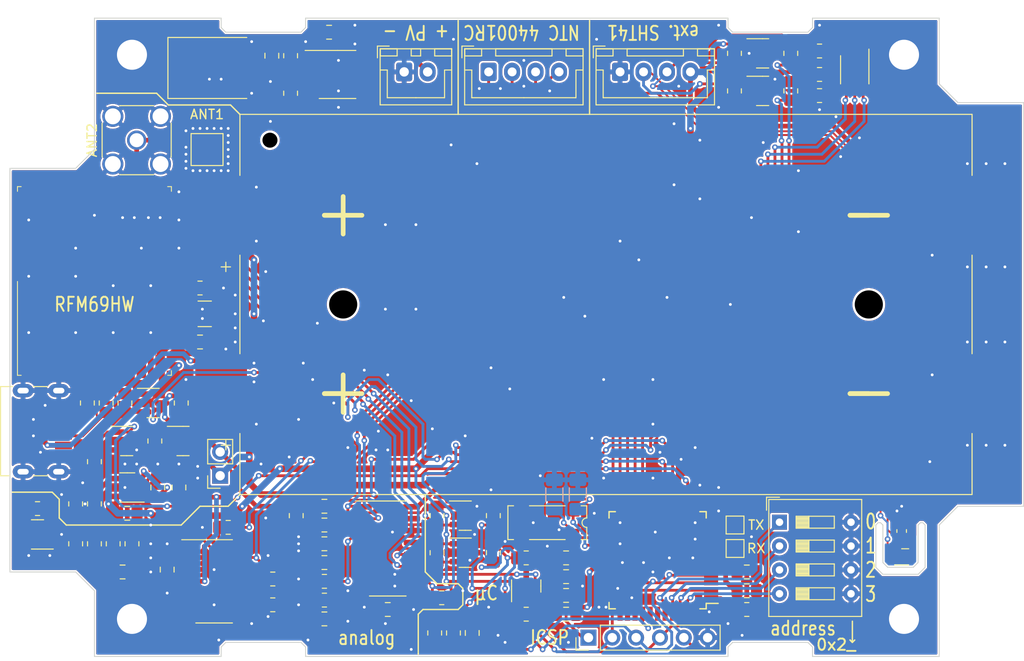
<source format=kicad_pcb>
(kicad_pcb (version 20211014) (generator pcbnew)
  (layers (0 "F.Cu" signal) (31 "B.Cu" signal) (34 "B.Paste" user) (35 "F.Paste" user) (36 "B.SilkS" user "B.Silkscreen") (37 "F.SilkS" user "F.Silkscreen") (38 "B.Mask" user) (39 "F.Mask" user) (44 "Edge.Cuts" user))
  (net 0 "")
  (net 1 "+BATT")
  (net 2 "GND")
  (net 3 "+3.3V")
  (net 4 "VCC")
  (net 5 "/U_Ref_0.625V")
  (net 6 "Net-(C8-Pad1)")
  (net 7 "Net-(C9-Pad2)")
  (net 8 "/A+")
  (net 9 "/A-")
  (net 10 "Net-(C14-Pad2)")
  (net 11 "Net-(C16-Pad2)")
  (net 12 "Net-(C17-Pad2)")
  (net 13 "Net-(C18-Pad2)")
  (net 14 "Net-(C19-Pad2)")
  (net 15 "Net-(C22-Pad1)")
  (net 16 "Net-(D2-Pad1)")
  (net 17 "Net-(D2-Pad2)")
  (net 18 "Net-(D2-Pad3)")
  (net 19 "/µC_unit/LED_R")
  (net 20 "/µC_unit/LED_G")
  (net 21 "/µC_unit/LED_B")
  (net 22 "Net-(J3-Pad1)")
  (net 23 "Net-(J3-Pad4)")
  (net 24 "/SDA_3.3V")
  (net 25 "/SCL_3.3V")
  (net 26 "/µC_unit/MISO")
  (net 27 "/µC_unit/SCK")
  (net 28 "/µC_unit/MOSI")
  (net 29 "/µC_unit/RESET")
  (net 30 "Net-(Q1-Pad1)")
  (net 31 "/µC_unit/RFM_INT")
  (net 32 "Net-(R2-Pad1)")
  (net 33 "Net-(R6-Pad2)")
  (net 34 "/U_Ref_2.5V")
  (net 35 "Net-(R10-Pad1)")
  (net 36 "Net-(R10-Pad2)")
  (net 37 "Net-(R13-Pad2)")
  (net 38 "Net-(R16-Pad2)")
  (net 39 "Net-(R37-Pad1)")
  (net 40 "Net-(R38-Pad1)")
  (net 41 "Net-(SW1-Pad1)")
  (net 42 "Net-(SW1-Pad2)")
  (net 43 "Net-(SW1-Pad3)")
  (net 44 "Net-(SW1-Pad4)")
  (net 45 "/µC_unit/TX")
  (net 46 "/µC_unit/RX")
  (net 72 "Net-(C24-Pad1)")
  (net 73 "Net-(C25-Pad1)")
  (net 86 "CS_ADC_3.3V")
  (net 87 "SCK_3.3V")
  (net 88 "MISO_3.3V")
  (net 89 "MOSI_3.3V")
  (net 90 "CS_RFM_3.3V")
  (net 91 "RFM_INT_3.3V")
  (net 92 "Net-(ANT1-Pad1)")
  (net 93 "SCL")
  (net 94 "SDA")
  (net 95 "Power_on")
  (footprint "Package_QFP:TQFP-44_10x10mm_P0.8mm" (layer "F.Cu") (at 175 111.25 180)
    (fp_text reference "U8" hide)
    (fp_text value "ATmega324PB-A")
  )
  (footprint "Capacitor_SMD:C_0805_2012Metric_Pad1.18x1.45mm_HandSolder" (layer "F.Cu") (at 165.25 117)
    (fp_text reference "C17" hide)
    (fp_text value "100n")
  )
  (footprint "Sensor_Humidity:Sensirion_DFN-4_1.5x1.5mm_P0.8mm_SHT4x_NoCentralPad" (layer "F.Cu") (at 201 110.8875)
    (fp_text reference "U5" hide)
    (fp_text value " SHT41-AD1F-R2")
  )
  (footprint "Resistor_SMD:R_0805_2012Metric_Pad1.20x1.40mm_HandSolder" (layer "F.Cu") (at 151.5 110.45 -90)
    (fp_text reference "R27" hide)
    (fp_text value "10k")
  )
  (footprint "Package_TO_SOT_SMD:SOT-23" (layer "F.Cu") (at 124.4375 98.55)
    (fp_text reference "Q1" hide)
    (fp_text value "FDN306P")
  )
  (footprint "Capacitor_SMD:C_0805_2012Metric_Pad1.18x1.45mm_HandSolder" (layer "F.Cu") (at 139.5 109.5)
    (fp_text reference "C12" hide)
    (fp_text value "100n")
  )
  (footprint "Package_TO_SOT_SMD:SOT-23" (layer "F.Cu") (at 186.1875 61.25)
    (fp_text reference "Q8" hide)
    (fp_text value "BSS138")
  )
  (footprint "Capacitor_SMD:C_0805_2012Metric_Pad1.18x1.45mm_HandSolder" (layer "F.Cu") (at 184.5 112.5)
    (fp_text reference "C19" hide)
    (fp_text value "330n")
  )
  (footprint "Resistor_SMD:R_0805_2012Metric_Pad1.20x1.40mm_HandSolder" (layer "F.Cu") (at 118.25 94.5 -90)
    (fp_text reference "R31" hide)
    (fp_text value "10k")
  )
  (footprint "Resistor_SMD:R_0805_2012Metric_Pad1.20x1.40mm_HandSolder" (layer "F.Cu") (at 126.25 82.25 180)
    (fp_text reference "R18" hide)
    (fp_text value "10k")
  )
  (footprint "Capacitor_SMD:C_0805_2012Metric_Pad1.18x1.45mm_HandSolder" (layer "F.Cu") (at 139.5 105.5 180)
    (fp_text reference "C15" hide)
    (fp_text value "100n")
  )
  (footprint "Capacitor_SMD:C_1210_3225Metric_Pad1.33x2.70mm_HandSolder" (layer "F.Cu") (at 126.75 85)
    (fp_text reference "C2" hide)
    (fp_text value "10µ 16V")
  )
  (footprint "Resistor_SMD:R_0805_2012Metric_Pad1.20x1.40mm_HandSolder" (layer "F.Cu") (at 184.5 116.5)
    (fp_text reference "R39" hide)
    (fp_text value "10k")
  )
  (footprint "Resistor_SMD:R_0805_2012Metric_Pad1.20x1.40mm_HandSolder" (layer "F.Cu") (at 115 105.25 90)
    (fp_text reference "R6" hide)
    (fp_text value "6.2k")
  )
  (footprint "TestPoint:TestPoint_Pad_3.0x3.0mm" (layer "F.Cu") (at 127 67.5)
    (fp_text reference "ANT1")
    (fp_text value "ext. cable ANT")
  )
  (footprint "Crystal:Crystal_SMD_SeikoEpson_MC306-4Pin_8.0x3.2mm" (layer "F.Cu") (at 163.25 107.25 180)
    (fp_text reference "Y1" hide)
    (fp_text value "Crystal_32.768_kHz")
  )
  (footprint "Resistor_SMD:R_0805_2012Metric_Pad1.20x1.40mm_HandSolder" (layer "F.Cu") (at 124.25 94.5 90)
    (fp_text reference "R32" hide)
    (fp_text value "10k")
  )
  (footprint "Package_TO_SOT_SMD:SOT-23" (layer "F.Cu") (at 186.1875 57.25)
    (fp_text reference "Q7" hide)
    (fp_text value "BSS138")
  )
  (footprint "Capacitor_SMD:C_0805_2012Metric_Pad1.18x1.45mm_HandSolder" (layer "F.Cu") (at 122.75 112.25 90)
    (fp_text reference "C5" hide)
    (fp_text value "100n")
  )
  (footprint "Package_TO_SOT_SMD:SOT-23" (layer "F.Cu") (at 121.25 94.5)
    (fp_text reference "Q6" hide)
    (fp_text value "BSS138")
  )
  (footprint "Capacitor_SMD:C_0805_2012Metric_Pad1.18x1.45mm_HandSolder" (layer "F.Cu") (at 118.5 106.25)
    (fp_text reference "C6" hide)
    (fp_text value "2.2µ")
  )
  (footprint "Resistor_SMD:R_0805_2012Metric_Pad1.20x1.40mm_HandSolder" (layer "F.Cu") (at 183.1875 61.25 -90)
    (fp_text reference "R35" hide)
    (fp_text value "10k")
  )
  (footprint "Connector_Coaxial:SMA_Wurth_60312002114503_Vertical" (layer "F.Cu") (at 119.5 66.5 90)
    (fp_text reference "ANT2")
    (fp_text value "SMA_connector")
  )
  (footprint "Package_TO_SOT_SMD:SOT-23" (layer "F.Cu") (at 161 114 90)
    (fp_text reference "Q5" hide)
    (fp_text value "BSS138")
  )
  (footprint "Package_TO_SOT_SMD:SOT-23" (layer "F.Cu") (at 108.9375 108.5 180)
    (fp_text reference "U4" hide)
    (fp_text value "TL432DBZ")
  )
  (footprint "Button_Switch_THT:SW_DIP_SPSTx04_Slide_9.78x12.34mm_W7.62mm_P2.54mm" (layer "F.Cu") (at 187.9825 107.2)
    (fp_text reference "SW1" hide)
    (fp_text value "SW_DIP_x04")
  )
  (footprint "Capacitor_SMD:C_0805_2012Metric_Pad1.18x1.45mm_HandSolder" (layer "F.Cu") (at 165.25 111)
    (fp_text reference "C20" hide)
    (fp_text value "330n")
  )
  (footprint "_footprints:Via_ScrewHole_3mm" (layer "F.Cu") (at 119 117.5)
    (fp_text reference "U12" hide)
    (fp_text value "Screw")
  )
  (footprint "Connector_PinSocket_2.54mm:PinSocket_1x02_P2.54mm_Vertical" (layer "F.Cu") (at 128.395 102.25 180)
    (fp_text reference "J2" hide)
    (fp_text value "always_on_jumper")
  )
  (footprint "Capacitor_SMD:C_0805_2012Metric_Pad1.18x1.45mm_HandSolder" (layer "F.Cu") (at 165.25 115 180)
    (fp_text reference "C16" hide)
    (fp_text value "100n")
  )
  (footprint "Capacitor_SMD:C_0805_2012Metric_Pad1.18x1.45mm_HandSolder" (layer "F.Cu") (at 121.75 103.5 90)
    (fp_text reference "C4" hide)
    (fp_text value "2.2µ")
  )
  (footprint "Capacitor_SMD:C_0805_2012Metric_Pad1.18x1.45mm_HandSolder" (layer "F.Cu") (at 126.25 88 180)
    (fp_text reference "C1" hide)
    (fp_text value "100n")
  )
  (footprint "Capacitor_SMD:C_0805_2012Metric_Pad1.18x1.45mm_HandSolder" (layer "F.Cu") (at 140 55)
    (fp_text reference "C9" hide)
    (fp_text value "330n")
  )
  (footprint "Resistor_SMD:R_0805_2012Metric_Pad1.20x1.40mm_HandSolder" (layer "F.Cu") (at 192.25 59.5 180)
    (fp_text reference "R24" hide)
    (fp_text value "680R")
  )
  (footprint "Connector_JST:JST_XH_B2B-XH-A_1x02_P2.50mm_Vertical" (layer "F.Cu") (at 148 59.225)
    (fp_text reference "J6" hide)
    (fp_text value "PV_Panel")
  )
  (footprint "TestPoint:TestPoint_Pad_1.5x1.5mm" (layer "F.Cu") (at 183.25 107.5)
    (fp_text reference "TP2" hide)
    (fp_text value "TX")
  )
  (footprint "Capacitor_SMD:C_0805_2012Metric_Pad1.18x1.45mm_HandSolder" (layer "F.Cu") (at 124 103.5 -90)
    (fp_text reference "C3" hide)
    (fp_text value "100n")
  )
  (footprint "Resistor_SMD:R_0805_2012Metric_Pad1.20x1.40mm_HandSolder" (layer "F.Cu") (at 116.25 94.5 90)
    (fp_text reference "R37" hide)
    (fp_text value "5.1k")
  )
  (footprint "Resistor_SMD:R_0805_2012Metric_Pad1.20x1.40mm_HandSolder" (layer "F.Cu") (at 108.9375 105.75 180)
    (fp_text reference "R8" hide)
    (fp_text value "200R")
  )
  (footprint "Resistor_SMD:R_0805_2012Metric_Pad1.20x1.40mm_HandSolder" (layer "F.Cu") (at 129.25 107.75)
    (fp_text reference "R2" hide)
    (fp_text value "200R")
  )
  (footprint "Resistor_SMD:R_0805_2012Metric_Pad1.20x1.40mm_HandSolder" (layer "F.Cu") (at 136.5 106.5 -90)
    (fp_text reference "R13" hide)
    (fp_text value "2k2")
  )
  (footprint "_footprints:18650_SMD_Holder_2x" (layer "F.Cu") (at 169.5 84 180)
    (fp_text reference "BATT1" hide)
    (fp_text value "18650_SMD_Holder_2x")
  )
  (footprint "Resistor_SMD:R_0805_2012Metric_Pad1.20x1.40mm_HandSolder" (layer "F.Cu") (at 115 100.75 -90)
    (fp_text reference "R4" hide)
    (fp_text value "100k")
  )
  (footprint "TestPoint:TestPoint_Pad_1.5x1.5mm" (layer "F.Cu") (at 183.25 110)
    (fp_text reference "TP3" hide)
    (fp_text value "RX")
  )
  (footprint "Resistor_SMD:R_0805_2012Metric_Pad1.20x1.40mm_HandSolder" (layer "F.Cu") (at 113 109.5 -90)
    (fp_text reference "R9" hide)
    (fp_text value "1k 0.5%")
  )
  (footprint "Resistor_SMD:R_0805_2012Metric_Pad1.20x1.40mm_HandSolder" (layer "F.Cu") (at 115 109.5 -90)
    (fp_text reference "R10" hide)
    (fp_text value "1k 0.5%")
  )
  (footprint "LED_SMD:LED_Avago_PLCC6_3x2.8mm" (layer "F.Cu") (at 196 59 -90)
    (fp_text reference "D2" hide)
    (fp_text value "ASMT-YTB2-0BB02")
  )
  (footprint "_footprints:Via_ScrewHole_3mm" (layer "F.Cu") (at 201.25 117.5)
    (fp_text reference "U10" hide)
    (fp_text value "Screw")
  )
  (footprint "Resistor_SMD:R_0805_2012Metric_Pad1.20x1.40mm_HandSolder" (layer "F.Cu") (at 135.9 57.5 -90)
    (fp_text reference "R16" hide)
    (fp_text value "10k")
  )
  (footprint "Resistor_SMD:R_0805_2012Metric_Pad1.20x1.40mm_HandSolder" (layer "F.Cu") (at 157.5 110.45 90)
    (fp_text reference "R28" hide)
    (fp_text value "10k")
  )
  (footprint "Connector_PinHeader_2.54mm:PinHeader_1x06_P2.54mm_Vertical" (layer "F.Cu") (at 167.63 119.5 90)
    (fp_text reference "J4" hide)
    (fp_text value "ICSP")
  )
  (footprint "Package_TO_SOT_SMD:SOT-23-5" (layer "F.Cu") (at 118.5 103.5 180)
    (fp_text reference "U3" hide)
    (fp_text value "AP2210-ADJ")
  )
  (footprint "Resistor_SMD:R_0805_2012Metric_Pad1.20x1.40mm_HandSolder" (layer "F.Cu") (at 189.1875 57.25 90)
    (fp_text reference "R34" hide)
    (fp_text value "10k")
  )
  (footprint "Resistor_SMD:R_0805_2012Metric_Pad1.20x1.40mm_HandSolder" (layer "F.Cu") (at 192.25 57 180)
    (fp_text reference "R23" hide)
    (fp_text value "680R")
  )
  (footprint "Resistor_SMD:R_0805_2012Metric_Pad1.20x1.40mm_HandSolder" (layer "F.Cu") (at 189.1875 61.25 90)
    (fp_text reference "R36" hide)
    (fp_text value "10k")
  )
  (footprint "Capacitor_SMD:C_0805_2012Metric_Pad1.18x1.45mm_HandSolder" (layer "F.Cu") (at 184.5 114.5 180)
    (fp_text reference "C21" hide)
    (fp_text value "330n")
  )
  (footprint "_footprints:Via_ScrewHole_3mm" (layer "F.Cu") (at 119 57.4)
    (fp_text reference "U13" hide)
    (fp_text value "Screw")
  )
  (footprint "Resistor_SMD:R_0805_2012Metric_Pad1.20x1.40mm_HandSolder" (layer "F.Cu") (at 153.25 119 90)
    (fp_text reference "R21" hide)
    (fp_text value "7.5k")
  )
  (footprint "Resistor_SMD:R_0805_2012Metric_Pad1.20x1.40mm_HandSolder" (layer "F.Cu") (at 134 113.25)
    (fp_text reference "R5" hide)
    (fp_text value "1k 0.5%")
  )
  (footprint "RF_Module:HOPERF_RFM69HW" (layer "F.Cu") (at 115 81.5 90)
    (fp_text reference "U2" hide)
    (fp_text value "RFM69HW")
  )
  (footprint "Resistor_SMD:R_0805_2012Metric_Pad1.20x1.40mm_HandSolder" (layer "F.Cu") (at 151.25 119 -90)
    (fp_text reference "R20" hide)
    (fp_text value "30k")
  )
  (footprint "Capacitor_SMD:C_0805_2012Metric_Pad1.18x1.45mm_HandSolder" (layer "F.Cu") (at 139.5 117.5 180)
    (fp_text reference "C8" hide)
    (fp_text value "100n")
  )
  (footprint "Resistor_SMD:R_0805_2012Metric_Pad1.20x1.40mm_HandSolder" (layer "F.Cu") (at 139.5 115.5 180)
    (fp_text reference "R15" hide)
    (fp_text value "1k")
  )
  (footprint "Resistor_SMD:R_0805_2012Metric_Pad1.20x1.40mm_HandSolder" (layer "F.Cu") (at 151.5 106.5 -90)
    (fp_text reference "R25" hide)
    (fp_text value "10k")
  )
  (footprint "Capacitor_SMD:C_0805_2012Metric_Pad1.18x1.45mm_HandSolder" (layer "F.Cu") (at 139.5 107.5)
    (fp_text reference "C11" hide)
    (fp_text value "100n")
  )
  (footprint "Resistor_SMD:R_0805_2012Metric_Pad1.20x1.40mm_HandSolder" (layer "F.Cu") (at 139.5 113.5)
    (fp_text reference "R14" hide)
    (fp_text value "6k8")
  )
  (footprint "Package_TO_SOT_SMD:SOT-23" (layer "F.Cu") (at 118.4375 98.55)
    (fp_text reference "Q2" hide)
    (fp_text value "BSS138P")
  )
  (footprint "Capacitor_SMD:C_0805_2012Metric_Pad1.18x1.45mm_HandSolder" (layer "F.Cu") (at 133.9 57.5 90)
    (fp_text reference "C14" hide)
    (fp_text value "330n")
  )
  (footprint "_footprints:Via_ScrewHole_3mm" (layer "F.Cu") (at 201.25 57.4)
    (fp_text reference "U11" hide)
    (fp_text value "Screw")
  )
  (footprint "Resistor_SMD:R_0805_2012Metric_Pad1.20x1.40mm_HandSolder" (layer "F.Cu") (at 114.25 94.5 90)
    (fp_text reference "R38" hide)
    (fp_text value "5.1k")
  )
  (footprint "Package_SO:SO-8_3.9x4.9mm_P1.27mm" (layer "F.Cu") (at 140.9 59.5)
    (fp_text reference "U6" hide)
    (fp_text value "LT1121CS8")
  )
  (footprint "Capacitor_SMD:C_0805_2012Metric_Pad1.18x1.45mm_HandSolder" (layer "F.Cu") (at 118 112.5)
    (fp_text reference "C7" hide)
    (fp_text value "100n")
  )
  (footprint "Resistor_SMD:R_0805_2012Metric_Pad1.20x1.40mm_HandSolder" (layer "F.Cu") (at 161 111 180)
    (fp_text reference "R30" hide)
    (fp_text value "10k")
  )
  (footprint "Package_TO_SOT_SMD:SOT-23" (layer "F.Cu") (at 154.5 106.5)
    (fp_text reference "Q3" hide)
    (fp_text value "BSS138")
  )
  (footprint "Resistor_SMD:R_0805_2012Metric_Pad1.20x1.40mm_HandSolder" (layer "F.Cu") (at 192.25 61.75 180)
    (fp_text reference "R22" hide)
    (fp_text value "680R")
  )
  (footprint "Resistor_SMD:R_0805_2012Metric_Pad1.20x1.40mm_HandSolder" (layer "F.Cu") (at 134 116)
    (fp_text reference "R3" hide)
    (fp_text value "1k 0.5%")
  )
  (footprint "Resistor_SMD:R_0805_2012Metric_Pad1.20x1.40mm_HandSolder" (layer "F.Cu") (at 117 109.5 -90)
    (fp_text reference "R11" hide)
    (fp_text value "1k 0.5%")
  )
  (footprint "Resistor_SMD:R_0805_2012Metric_Pad1.20x1.40mm_HandSolder" (layer "F.Cu") (at 113 105.25 -90)
    (fp_text reference "R7" hide)
    (fp_text value "10k")
  )
  (footprint "Capacitor_SMD:C_0805_2012Metric_Pad1.18x1.45mm_HandSolder" (layer "F.Cu") (at 146.25 116.5 180)
    (fp_text reference "C23" hide)
    (fp_text value "100n")
  )
  (footprint "Resistor_SMD:R_0805_2012Metric_Pad1.20x1.40mm_HandSolder" (layer "F.Cu") (at 161 117)
    (fp_text reference "R29" hide)
    (fp_text value "10k")
  )
  (footprint "Resistor_SMD:R_0805_2012Metric_Pad1.20x1.40mm_HandSolder" (layer "F.Cu") (at 121.4375 98.55 90)
    (fp_text reference "R1" hide)
    (fp_text value "100k")
  )
  (footprint "Capacitor_SMD:C_0805_2012Metric_Pad1.18x1.45mm_HandSolder" (layer "F.Cu") (at 155.25 119 90)
    (fp_text reference "C22" hide)
    (fp_text value "100n")
  )
  (footprint "Resistor_SMD:R_0805_2012Metric_Pad1.20x1.40mm_HandSolder" (layer "F.Cu") (at 119 109.5 -90)
    (fp_text reference "R12" hide)
    (fp_text value "1k 0.5%")
  )
  (footprint "Package_SO:SO-14_3.9x8.65mm_P1.27mm" (layer "F.Cu") (at 127.75 113.5)
    (fp_text reference "U1" hide)
    (fp_text value "MCP6004")
  )
  (footprint "Resistor_SMD:R_0805_2012Metric_Pad1.20x1.40mm_HandSolder" (layer "F.Cu") (at 157.5 106.5 90)
    (fp_text reference "R26" hide)
    (fp_text value "10k")
  )
  (footprint "Package_SO:SO-16_3.9x9.9mm_P1.27mm" (layer "F.Cu") (at 146.25 110)
    (fp_text reference "U7" hide)
    (fp_text value "MCP3304")
  )
  (footprint "Diode_SMD:D_SMC" (layer "F.Cu") (at 127.62935 58.80763)
    (fp_text reference "D1" hide)
    (fp_text value "VS-30BQ060")
  )
  (footprint "Connector_JST:JST_XH_B4B-XH-A_1x04_P2.50mm_Vertical" (layer "F.Cu") (at 157 59.225)
    (fp_text reference "J3" hide)
    (fp_text value "44001RC NTC")
  )
  (footprint "Capacitor_SMD:C_0603_1608Metric_Pad1.08x0.95mm_HandSolder" (layer "F.Cu") (at 201 108.1375 90)
    (fp_text reference "C10" hide)
    (fp_text value "100n")
  )
  (footprint "Capacitor_SMD:C_0805_2012Metric_Pad1.18x1.45mm_HandSolder" (layer "F.Cu") (at 165.25 113 180)
    (fp_text reference "C18" hide)
    (fp_text value "330n")
  )
  (footprint "Capacitor_SMD:C_0805_2012Metric_Pad1.18x1.45mm_HandSolder" (layer "F.Cu") (at 139.5 111.5)
    (fp_text reference "C13" hide)
    (fp_text value "100n")
  )
  (footprint "Resistor_SMD:R_0805_2012Metric_Pad1.20x1.40mm_HandSolder" (layer "F.Cu") (at 183.1875 57.25 -90)
    (fp_text reference "R33" hide)
    (fp_text value "10k")
  )
  (footprint "_footprints:USB-C_6Pin_C2689837" (layer "F.Cu") (at 109 97.5 -90)
    (fp_text reference "U9" hide)
    (fp_text value "USB-C_6Pin_C2689837")
  )
  (footprint "Connector_JST:JST_XH_B4B-XH-A_1x04_P2.50mm_Vertical" (layer "F.Cu") (at 171 59.225)
    (fp_text reference "J5" hide)
    (fp_text value "ext. SHT41")
  )
  (footprint "Resistor_SMD:R_0805_2012Metric_Pad1.20x1.40mm_HandSolder" (layer "F.Cu") (at 135.9 61.5 -90)
    (fp_text reference "R17" hide)
    (fp_text value "47k")
  )
  (footprint "Package_TO_SOT_SMD:SOT-23" (layer "F.Cu") (at 154.5 110.45)
    (fp_text reference "Q4" hide)
    (fp_text value "BSS138")
  )
  (footprint "Resistor_SMD:R_0805_2012Metric_Pad1.20x1.40mm_HandSolder" (layer "F.Cu") (at 152 115.25)
    (fp_text reference "R19" hide)
    (fp_text value "10k")
  )
  (footprint "Capacitor_SMD:C_1206_3216Metric_Pad1.33x1.80mm_HandSolder" (layer "B.Cu") (at 164 104.25 90)
    (fp_text reference "C25" hide)
    (fp_text value "15pF 1206")
  )
  (footprint "Capacitor_SMD:C_1206_3216Metric_Pad1.33x1.80mm_HandSolder" (layer "B.Cu") (at 166.5 104.25 90)
    (fp_text reference "C24" hide)
    (fp_text value "15pF 1206")
  )
  (gr_line (start 150.25 104.25) (end 150.25 112.5) (layer "F.SilkS") (width 0.15))
  (gr_line (start 153.75 116.5) (end 150 116.5) (layer "F.SilkS") (width 0.15))
  (gr_line (start 153.75 113.75) (end 154.25 114.25) (layer "F.SilkS") (width 0.15))
  (gr_line (start 153.75 63.75) (end 153.75 53.75) (layer "F.SilkS") (width 0.15))
  (gr_line (start 128.75 105.5) (end 129 105.5) (layer "F.SilkS") (width 0.15))
  (gr_line (start 151.5 113.75) (end 153.75 113.75) (layer "F.SilkS") (width 0.15))
  (gr_line (start 124.25 107.5) (end 126.25 105.5) (layer "F.SilkS") (width 0.15))
  (gr_line (start 122.875 62.75) (end 121.625 61.5) (layer "F.SilkS") (width 0.15))
  (gr_line (start 167.75 63.75) (end 167.75 53.75) (layer "F.SilkS") (width 0.15))
  (gr_line (start 123 62.75) (end 122.875 62.75) (layer "F.SilkS") (width 0.15))
  (gr_line (start 121.625 61.5) (end 115.25 61.5) (layer "F.SilkS") (width 0.15))
  (gr_line (start 195.75 117.75) (end 195.75 120) (layer "F.SilkS") (width 0.15))
  (gr_line (start 129 105.5) (end 129.25 105.5) (layer "F.SilkS") (width 0.15))
  (gr_line (start 111.25 104.75) (end 111.25 106.75) (layer "F.SilkS") (width 0.15))
  (gr_line (start 130.5 63.75) (end 129.5 62.75) (layer "F.SilkS") (width 0.15))
  (gr_line (start 106.25 104) (end 110.5 104) (layer "F.SilkS") (width 0.15))
  (gr_line (start 154.25 114.25) (end 154.25 116) (layer "F.SilkS") (width 0.15))
  (gr_line (start 150 116.5) (end 149.5 117) (layer "F.SilkS") (width 0.15))
  (gr_line (start 129.5 62.75) (end 123 62.75) (layer "F.SilkS") (width 0.15))
  (gr_line (start 126.25 105.5) (end 128.5 105.5) (layer "F.SilkS") (width 0.15))
  (gr_line (start 112 107.5) (end 124.25 107.5) (layer "F.SilkS") (width 0.15))
  (gr_line (start 128.5 105.5) (end 128.75 105.5) (layer "F.SilkS") (width 0.15))
  (gr_line (start 110.5 104) (end 111.25 104.75) (layer "F.SilkS") (width 0.15))
  (gr_line (start 154.25 116) (end 153.75 116.5) (layer "F.SilkS") (width 0.15))
  (gr_line (start 150.25 112.5) (end 151.5 113.75) (layer "F.SilkS") (width 0.15))
  (gr_line (start 196 119.75) (end 195.75 120) (layer "F.SilkS") (width 0.15))
  (gr_line (start 195.5 119.75) (end 195.75 120) (layer "F.SilkS") (width 0.15))
  (gr_line (start 111.25 106.75) (end 112 107.5) (layer "F.SilkS") (width 0.15))
  (gr_line (start 129.25 105.5) (end 130.5 104.25) (layer "F.SilkS") (width 0.15))
  (gr_line (start 149.5 117) (end 149.5 121.25) (layer "F.SilkS") (width 0.15))
  (gr_line (start 195.75 120) (end 195.5 119.75) (layer "F.SilkS") (width 0.15))
  (gr_line (start 198.25 112) (end 198.25 109.5) (layer "Edge.Cuts") (width 0.1))
  (gr_line (start 182.5 121.5) (end 182.5 120.5) (layer "Edge.Cuts") (width 0.1))
  (gr_line (start 203.25 107.25) (end 203.5 107.5) (layer "Edge.Cuts") (width 0.1))
  (gr_line (start 137 55) (end 137.5 54.5) (layer "Edge.Cuts") (width 0.1))
  (gr_line (start 115 67.5) (end 113 69.5) (layer "Edge.Cuts") (width 0.1))
  (gr_line (start 203 107.25) (end 203.25 107.25) (layer "Edge.Cuts") (width 0.1))
  (gr_line (start 205 53.5) (end 191.5 53.5) (layer "Edge.Cuts") (width 0.1))
  (gr_line (start 115 67.5) (end 115 64.5) (layer "Edge.Cuts") (width 0.1))
  (gr_line (start 199 111.5) (end 199.5 112) (layer "Edge.Cuts") (width 0.1))
  (gr_line (start 205 107.5) (end 207 105.5) (layer "Edge.Cuts") (width 0.1))
  (gr_line (start 191 55) (end 183 55) (layer "Edge.Cuts") (width 0.1))
  (gr_line (start 137.5 120.5) (end 137 120) (layer "Edge.Cuts") (width 0.1))
  (gr_line (start 198.75 107.25) (end 198.5 107.25) (layer "Edge.Cuts") (width 0.1))
  (gr_line (start 106 108.5) (end 106 112.5) (layer "Edge.Cuts") (width 0.1))
  (gr_line (start 128.5 120.5) (end 129 120) (layer "Edge.Cuts") (width 0.1))
  (gr_line (start 183 120) (end 191 120) (layer "Edge.Cuts") (width 0.1))
  (gr_line (start 199 107.5) (end 198.75 107.25) (layer "Edge.Cuts") (width 0.1))
  (gr_line (start 202.75 107.5) (end 202.75 111.5) (layer "Edge.Cuts") (width 0.1))
  (gr_line (start 128.5 121.5) (end 128.5 120.5) (layer "Edge.Cuts") (width 0.1))
  (gr_line (start 115 121.5) (end 128.5 121.5) (layer "Edge.Cuts") (width 0.1))
  (gr_line (start 202.75 107.5) (end 203 107.25) (layer "Edge.Cuts") (width 0.1))
  (gr_line (start 191.5 121.5) (end 205 121.5) (layer "Edge.Cuts") (width 0.1))
  (gr_line (start 106 69.5) (end 106 108.5) (layer "Edge.Cuts") (width 0.1))
  (gr_line (start 106 112.5) (end 113 112.5) (layer "Edge.Cuts") (width 0.1))
  (gr_line (start 199 111.5) (end 199 107.5) (layer "Edge.Cuts") (width 0.1))
  (gr_line (start 137 55) (end 129 55) (layer "Edge.Cuts") (width 0.1))
  (gr_line (start 198.5 107.25) (end 198.25 107.5) (layer "Edge.Cuts") (width 0.1))
  (gr_line (start 202.75 111.5) (end 202.25 112) (layer "Edge.Cuts") (width 0.1))
  (gr_line (start 202.75 112.75) (end 203.5 112) (layer "Edge.Cuts") (width 0.1))
  (gr_line (start 137.5 53.5) (end 137.5 54.5) (layer "Edge.Cuts") (width 0.1))
  (gr_line (start 129 120) (end 137 120) (layer "Edge.Cuts") (width 0.1))
  (gr_line (start 137.5 120.5) (end 137.5 121.5) (layer "Edge.Cuts") (width 0.1))
  (gr_line (start 182.5 54.5) (end 183 55) (layer "Edge.Cuts") (width 0.1))
  (gr_line (start 214 105.5) (end 207 105.5) (layer "Edge.Cuts") (width 0.1))
  (gr_line (start 199 112.75) (end 198.25 112) (layer "Edge.Cuts") (width 0.1))
  (gr_line (start 128.5 54.5) (end 129 55) (layer "Edge.Cuts") (width 0.1))
  (gr_line (start 214 62.5) (end 214 105.5) (layer "Edge.Cuts") (width 0.1))
  (gr_line (start 115 121.5) (end 115 114.5) (layer "Edge.Cuts") (width 0.1))
  (gr_line (start 198.25 107.5) (end 198.25 109.5) (layer "Edge.Cuts") (width 0.1))
  (gr_line (start 202.75 112.75) (end 199 112.75) (layer "Edge.Cuts") (width 0.1))
  (gr_line (start 182.5 53.5) (end 137.5 53.5) (layer "Edge.Cuts") (width 0.1))
  (gr_line (start 191.5 120.5) (end 191 120) (layer "Edge.Cuts") (width 0.1))
  (gr_line (start 191 55) (end 191.5 54.5) (layer "Edge.Cuts") (width 0.1))
  (gr_line (start 128.5 54.5) (end 128.5 53.5) (layer "Edge.Cuts") (width 0.1))
  (gr_line (start 205 60.5) (end 207 62.5) (layer "Edge.Cuts") (width 0.1))
  (gr_line (start 205 121.5) (end 205 107.5) (layer "Edge.Cuts") (width 0.1))
  (gr_line (start 182.5 120.5) (end 183 120) (layer "Edge.Cuts") (width 0.1))
  (gr_line (start 137.5 121.5) (end 182.5 121.5) (layer "Edge.Cuts") (width 0.1))
  (gr_line (start 191.5 53.5) (end 191.5 54.5) (layer "Edge.Cuts") (width 0.1))
  (gr_line (start 113 112.5) (end 115 114.5) (layer "Edge.Cuts") (width 0.1))
  (gr_line (start 182.5 54.5) (end 182.5 53.5) (layer "Edge.Cuts") (width 0.1))
  (gr_line (start 191.5 120.5) (end 191.5 121.5) (layer "Edge.Cuts") (width 0.1))
  (gr_line (start 106 69.5) (end 113 69.5) (layer "Edge.Cuts") (width 0.1))
  (gr_line (start 115 53.5) (end 115 64.5) (layer "Edge.Cuts") (width 0.1))
  (gr_line (start 203.5 107.5) (end 203.5 112) (layer "Edge.Cuts") (width 0.1))
  (gr_line (start 202.25 112) (end 199.5 112) (layer "Edge.Cuts") (width 0.1))
  (gr_line (start 207 62.5) (end 214 62.5) (layer "Edge.Cuts") (width 0.1))
  (gr_line (start 128.5 53.5) (end 115 53.5) (layer "Edge.Cuts") (width 0.1))
  (gr_line (start 205 53.5) (end 205 60.5) (layer "Edge.Cuts") (width 0.1))
  (gr_text "NTC 44001RC" (at 160.5 55 180) (layer "F.SilkS") (effects (font (size 1.5 1.2) (thickness 0.2))))
  (gr_text "0\n1\n2\n3" (at 197 111) (layer "F.SilkS") (effects (font (size 1.6 1.2) (thickness 0.2)) (justify left)))
  (gr_text "+ PV -" (at 149.25 55 180) (layer "F.SilkS") (effects (font (size 1.5 1.2) (thickness 0.2))))
  (gr_text "ICSP" (at 163.5 119.5) (layer "F.SilkS") (effects (font (size 1.5 1.2) (thickness 0.2))))
  (gr_text "TX" (at 185.5 107.5) (layer "F.SilkS") (effects (font (size 1 1))))
  (gr_text "address" (at 190.5 118.5) (layer "F.SilkS") (effects (font (size 1.5 1.2) (thickness 0.2))))
  (gr_text "0x2_" (at 194 120.25) (layer "F.SilkS") (effects (font (size 1.2 1.2) (thickness 0.2))))
  (gr_text "ext. SHT41" (at 174.5 55 180) (layer "F.SilkS") (effects (font (size 1.5 1.2) (thickness 0.2))))
  (gr_text "µC" (at 156.75 114.75) (layer "F.SilkS") (effects (font (size 1.5 1.2) (thickness 0.2))))
  (gr_text "RFM69HW" (at 115 84) (layer "F.SilkS") (effects (font (size 1.5 1.2) (thickness 0.2))))
  (gr_text "RX" (at 185.5 110) (layer "F.SilkS") (effects (font (size 1 1))))
  (gr_text "analog" (at 144 119.5) (layer "F.SilkS") (effects (font (size 1.5 1.2) (thickness 0.2))))
  (segment (start 136.25 104.25) (end 137.25 103.25) (width 0.7) (layer "F.Cu") (net 1))
  (segment (start 161.25 102.75) (end 162.75 104.25) (width 0.7) (layer "F.Cu") (net 1))
  (segment (start 131.5 103) (end 132.75 104.25) (width 0.7) (layer "F.Cu") (net 1))
  (segment (start 110.02 95.98) (end 109.75 96.25) (width 0.5) (layer "F.Cu") (net 1))
  (segment (start 128.5 74.5) (end 128.5 73.25) (width 0.7) (layer "F.Cu") (net 1))
  (segment (start 128.5 93.5) (end 128.5 94.75) (width 0.5) (layer "F.Cu") (net 1))
  (segment (start 110.02 99.02) (end 111.7 99.02) (width 0.5) (layer "F.Cu") (net 1))
  (segment (start 132.25 69.5) (end 132.25 63.75) (width 0.7) (layer "F.Cu") (net 1))
  (segment (start 183.4625 114.5) (end 183.4625 116.4625) (width 0.5) (layer "F.Cu") (net 1))
  (segment (start 132.25 63.75) (end 129.75 61.25) (width 0.7) (layer "F.Cu") (net 1))
  (segment (start 169.3 110.45) (end 167.8 110.45) (width 0.5) (layer "F.Cu") (net 1))
  (segment (start 111.7 95.98) (end 110.02 95.98) (width 0.5) (layer "F.Cu") (net 1))
  (segment (start 123.5 99.5) (end 125.75 99.5) (width 0.5) (layer "F.Cu") (net 1))
  (segment (start 132.75 104.25) (end 136.25 104.25) (width 0.7) (layer "F.Cu") (net 1))
  (segment (start 128.5 74.5) (end 128.5 75.75) (width 0.7) (layer "F.Cu") (net 1))
  (segment (start 181.825 112.05) (end 182.25 112.475) (width 0.5) (layer "F.Cu") (net 1))
  (segment (start 150.25 103.25) (end 150.75 102.75) (width 0.7) (layer "F.Cu") (net 1))
  (segment (start 128.5 92.25) (end 126.25 90) (width 0.5) (layer "F.Cu") (net 1))
  (segment (start 124.22935 58.97935) (end 124.22935 58.80763) (width 0.7) (layer "F.Cu") (net 1))
  (segment (start 167 119.5) (end 165.25 117.75) (width 0.3) (layer "F.Cu") (net 1))
  (segment (start 109.75 96.25) (end 109.75 98.75) (width 0.5) (layer "F.Cu") (net 1))
  (segment (start 128.5 73.25) (end 132.25 69.5) (width 0.7) (layer "F.Cu") (net 1))
  (segment (start 137.25 103.25) (end 150.25 103.25) (width 0.7) (layer "F.Cu") (net 1))
  (segment (start 109.75 98.75) (end 110.02 99.02) (width 0.5) (layer "F.Cu") (net 1))
  (segment (start 132 85) (end 132 88.75) (width 0.7) (layer "F.Cu") (net 1))
  (segment (start 183.25 114.5) (end 183.4625 114.5) (width 0.5) (layer "F.Cu") (net 1))
  (segment (start 126.25 90) (end 125.25 90) (width 0.5) (layer "F.Cu") (net 1))
  (segment (start 123.45 99.55) (end 123.5 99.5) (width 0.5) (layer "F.Cu") (net 1))
  (segment (start 166.2875 111) (end 165.873528 111) (width 0.3) (layer "F.Cu") (net 1))
  (segment (start 132 88.75) (end 128.5 92.25) (width 0.7) (layer "F.Cu") (net 1))
  (segment (start 150.75 102.75) (end 161.25 102.75) (width 0.7) (layer "F.Cu") (net 1))
  (segment (start 165.25 117.75) (end 165.25 112.0375) (width 0.3) (layer "F.Cu") (net 1))
  (segment (start 173.95 110.45) (end 169.3 110.45) (width 0.5) (layer "F.Cu") (net 1))
  (segment (start 126.5 61.25) (end 124.22935 58.97935) (width 0.7) (layer "F.Cu") (net 1))
  (segment (start 162.75 104.25) (end 162.75 106.75) (width 0.7) (layer "F.Cu") (net 1))
  (segment (start 162.75 107.876472) (end 162.75 106.75) (width 0.3) (layer "F.Cu") (net 1))
  (segment (start 121.4375 99.55) (end 123.45 99.55) (width 0.5) (layer "F.Cu") (net 1))
  (segment (start 175.55 112.05) (end 173.95 110.45) (width 0.5) (layer "F.Cu") (net 1))
  (segment (start 167.25 111) (end 166.2875 111) (width 0.5) (layer "F.Cu") (net 1))
  (segment (start 131.5 100.25) (end 131.5 103) (width 0.7) (layer "F.Cu") (net 1))
  (segment (start 110.02 99.02) (end 110 99) (width 0.5) (layer "F.Cu") (net 1))
  (segment (start 167.63 119.5) (end 167 119.5) (width 0.3) (layer "F.Cu") (net 1))
  (segment (start 128.5 92.25) (end 128.5 93.5) (width 0.5) (layer "F.Cu") (net 1))
  (segment (start 125.75 99.5) (end 128.395 102.145) (width 0.5) (layer "F.Cu") (net 1))
  (segment (start 131.5 97.75) (end 131.5 100.25) (width 0.7) (layer "F.Cu") (net 1))
  (segment (start 128.5 75.75) (end 132 79.25) (width 0.7) (layer "F.Cu") (net 1))
  (segment (start 183.4625 116.4625) (end 183.5 116.5) (width 0.5) (layer "F.Cu") (net 1))
  (segment (start 165.873528 111) (end 162.75 107.876472) (width 0.3) (layer "F.Cu") (net 1))
  (segment (start 165.25 112.0375) (end 166.2875 111) (width 0.3) (layer "F.Cu") (net 1))
  (segment (start 128.5 94.75) (end 131.5 97.75) (width 0.7) (layer "F.Cu") (net 1))
  (segment (start 128.395 102.145) (end 128.395 102.25) (width 0.5) (layer "F.Cu") (net 1))
  (segment (start 180.7 112.05) (end 181.825 112.05) (width 0.5) (layer "F.Cu") (net 1))
  (segment (start 129.75 61.25) (end 126.5 61.25) (width 0.7) (layer "F.Cu") (net 1))
  (segment (start 180.7 112.05) (end 175.55 112.05) (width 0.5) (layer "F.Cu") (net 1))
  (segment (start 182.25 113.5) (end 183.25 114.5) (width 0.5) (layer "F.Cu") (net 1))
  (segment (start 167.8 110.45) (end 167.25 111) (width 0.5) (layer "F.Cu") (net 1))
  (segment (start 182.25 112.475) (end 182.25 113.5) (width 0.5) (layer "F.Cu") (net 1))
  (via (at 132 79.25) (size 0.6) (drill 0.3) (layers "F.Cu" "B.Cu") (net 1))
  (via (at 110 99) (size 0.6) (drill 0.3) (layers "F.Cu" "B.Cu") (net 1))
  (via (at 131.5 100.25) (size 0.6) (drill 0.3) (layers "F.Cu" "B.Cu") (net 1))
  (via (at 132 85) (size 0.6) (drill 0.3) (layers "F.Cu" "B.Cu") (net 1))
  (via (at 125.25 90) (size 0.6) (drill 0.3) (layers "F.Cu" "B.Cu") (net 1))
  (segment (start 130.395 100.25) (end 128.395 102.25) (width 0.7) (layer "B.Cu") (net 1))
  (segment (start 132 79.25) (end 132 85) (width 0.7) (layer "B.Cu") (net 1))
  (segment (start 124.5 89.25) (end 125.25 90) (width 0.5) (layer "B.Cu") (net 1))
  (segment (start 122.25 89.25) (end 124.5 89.25) (width 0.5) (layer "B.Cu") (net 1))
  (segment (start 131.5 100.25) (end 130.395 100.25) (width 0.7) (layer "B.Cu") (net 1))
  (segment (start 110 99) (end 112.5 99) (width 0.5) (layer "B.Cu") (net 1))
  (segment (start 112.5 99) (end 122.25 89.25) (width 0.5) (layer "B.Cu") (net 1))
  (segment (start 138.4625 107.5) (end 138.4625 107.5375) (width 0.5) (layer "F.Cu") (net 2))
  (segment (start 169.3 111.25) (end 167.98995 111.25) (width 0.5) (layer "F.Cu") (net 2))
  (segment (start 167.294974 111.794975) (end 166.2875 112.802449) (width 0.5) (layer "F.Cu") (net 2))
  (segment (start 201.85 109.85) (end 201 109) (width 0.2) (layer "F.Cu") (net 2))
  (segment (start 119.6375 103.5) (end 120.7125 103.5) (width 0.5) (layer "F.Cu") (net 2))
  (segment (start 167.444975 111.794975) (end 167.294974 111.794975) (width 0.5) (layer "F.Cu") (net 2))
  (segment (start 201.85 110.378922) (end 201.85 109.85) (width 0.2) (layer "F.Cu") (net 2))
  (segment (start 167 114) (end 166.25 114) (width 0.5) (layer "F.Cu") (net 2))
  (segment (start 200.5 106) (end 201 105.5) (width 0.2) (layer "F.Cu") (net 2))
  (segment (start 201 108.75) (end 200 107.75) (width 0.2) (layer "F.Cu") (net 2))
  (segment (start 138.4625 107.5375) (end 137.25 108.75) (width 0.5) (layer "F.Cu") (net 2))
  (segment (start 166.25 113.0375) (end 166.2875 113) (width 0.5) (layer "F.Cu") (net 2))
  (segment (start 120.7125 103.5) (end 121.75 102.4625) (width 0.5) (layer "F.Cu") (net 2))
  (segment (start 166.25 114) (end 166.25 113.0375) (width 0.5) (layer "F.Cu") (net 2))
  (segment (start 166.25 114.9625) (end 166.2875 115) (width 0.5) (layer "F.Cu") (net 2))
  (segment (start 143.675 109.365) (end 143.135 109.365) (width 0.5) (layer "F.Cu") (net 2))
  (segment (start 200 107.75) (end 200 106.5) (width 0.2) (layer "F.Cu") (net 2))
  (segment (start 141 111.5) (end 140.5375 111.5) (width 0.5) (layer "F.Cu") (net 2))
  (segment (start 166.2875 112.802449) (end 166.2875 113) (width 0.5) (layer "F.Cu") (net 2))
  (segment (start 200 106.5) (end 200.5 106) (width 0.2) (layer "F.Cu") (net 2))
  (segment (start 201.7 110.4875) (end 201.741422 110.4875) (width 0.2) (layer "F.Cu") (net 2))
  (segment (start 166.25 114) (end 166.25 114.9625) (width 0.5) (layer "F.Cu") (net 2))
  (segment (start 201.741422 110.4875) (end 201.85 110.378922) (width 0.2) (layer "F.Cu") (net 2))
  (segment (start 167.98995 111.25) (end 167.444975 111.794975) (width 0.5) (layer "F.Cu") (net 2))
  (segment (start 143.135 109.365) (end 141 111.5) (width 0.5) (layer "F.Cu") (net 2))
  (segment (start 137.25 108.75) (end 136.75 108.75) (width 0.5) (layer "F.Cu") (net 2))
  (segment (start 201 109) (end 201 108.75) (width 0.2) (layer "F.Cu") (net 2))
  (segment (start 191.25 57) (end 191.25 61.75) (width 0.5) (layer "F.Cu") (net 2))
  (via (at 170.75 114.25) (size 0.6) (drill 0.3) (layers "F.Cu" "B.Cu") (net 2))
  (via (at 141 58) (size 0.6) (drill 0.3) (layers "F.Cu" "B.Cu") (net 2))
  (via (at 168 98.25) (size 0.6) (drill 0.3) (layers "F.Cu" "B.Cu") (net 2))
  (via (at 171 109.5) (size 0.6) (drill 0.3) (layers "F.Cu" "B.Cu") (net 2))
  (via (at 129 88.75) (size 0.6) (drill 0.3) (layers "F.Cu" "B.Cu") (net 2))
  (via (at 151 97.25) (size 0.6) (drill 0.3) (layers "F.Cu" "B.Cu") (net 2))
  (via (at 128.25 119.75) (size 0.6) (drill 0.3) (layers "F.Cu" "B.Cu") (net 2))
  (via (at 136.75 113.25) (size 0.6) (drill 0.3) (layers "F.Cu" "B.Cu") (net 2))
  (via (at 165 83.25) (size 0.6) (drill 0.3) (layers "F.Cu" "B.Cu") (net 2))
  (via (at 175.25 99.75) (size 0.6) (drill 0.3) (layers "F.Cu" "B.Cu") (net 2))
  (via (at 131.75 61.5) (size 0.6) (drill 0.3) (layers "F.Cu" "B.Cu") (net 2))
  (via (at 210 99) (size 0.6) (drill 0.3) (layers "F.Cu" "B.Cu") (net 2))
  (via (at 192.25 63.25) (size 0.6) (drill 0.3) (layers "F.Cu" "B.Cu") (net 2))
  (via (at 132 90.25) (size 0.6) (drill 0.3) (layers "F.Cu" "B.Cu") (net 2))
  (via (at 173.5 111.5) (size 0.6) (drill 0.3) (layers "F.Cu" "B.Cu") (net 2))
  (via (at 109.75 94.75) (size 0.6) (drill 0.3) (layers "F.Cu" "B.Cu") (net 2))
  (via (at 140.5 94.5) (size 0.6) (drill 0.3) (layers "F.Cu" "B.Cu") (net 2))
  (via (at 124.75 65.5) (size 0.6) (drill 0.3) (layers "F.Cu" "B.Cu") (net 2))
  (via (at 179.5 72.75) (size 0.6) (drill 0.3) (layers "F.Cu" "B.Cu") (net 2))
  (via (at 109.25 99.75) (size 0.6) (drill 0.3) (layers "F.Cu" "B.Cu") (net 2))
  (via (at 181.5 63) (size 0.6) (drill 0.3) (layers "F.Cu" "B.Cu") (net 2))
  (via (at 122 74.75) (size 0.6) (drill 0.3) (layers "F.Cu" "B.Cu") (net 2))
  (via (at 125.5 65.25) (size 0.6) (drill 0.3) (layers "F.Cu" "B.Cu") (net 2))
  (via (at 204.25 78.75) (size 0.6) (drill 0.3) (layers "F.Cu" "B.Cu") (net 2))
  (via (at 133.75 64.5) (size 0.6) (drill 0.3) (layers "F.Cu" "B.Cu") (net 2))
  (via (at 168.5 55.75) (size 0.6) (drill 0.3) (layers "F.Cu" "B.Cu") (net 2))
  (via (at 141 61.25) (size 0.6) (drill 0.3) (layers "F.Cu" "B.Cu") (net 2))
  (via (at 208 88) (size 0.6) (drill 0.3) (layers "F.Cu" "B.Cu") (net 2))
  (via (at 136.75 109.5) (size 0.6) (drill 0.3) (layers "F.Cu" "B.Cu") (net 2))
  (via (at 187.5 60) (size 0.6) (drill 0.3) (layers "F.Cu" "B.Cu") (net 2))
  (via (at 137.5 56) (size 0.6) (drill 0.3) (layers "F.Cu" "B.Cu") (net 2))
  (via (at 174.5 92) (size 0.6) (drill 0.3) (layers "F.Cu" "B.Cu") (net 2))
  (via (at 155.75 69) (size 0.6) (drill 0.3) (layers "F.Cu" "B.Cu") (net 2))
  (via (at 133.25 106.75) (size 0.6) (drill 0.3) (layers "F.Cu" "B.Cu") (net 2))
  (via (at 119.5 101) (size 0.6) (drill 0.3) (layers "F.Cu" "B.Cu") (net 2))
  (via (at 163.25 109.75) (size 0.6) (drill 0.3) (layers "F.Cu" "B.Cu") (net 2))
  (via (at 155 111.25) (size 0.6) (drill 0.3) (layers "F.Cu" "B.Cu") (net 2))
  (via (at 208 99) (size 0.6) (drill 0.3) (layers "F.Cu" "B.Cu") (net 2))
  (via (at 171.25 111.5) (size 0.6) (drill 0.3) (layers "F.Cu" "B.Cu") (net 2))
  (via (at 138.75 86) (size 0.6) (drill 0.3) (layers "F.Cu" "B.Cu") (net 2))
  (via (at 108.5 98) (size 0.6) (drill 0.3) (layers "F.Cu" "B.Cu") (net 2))
  (via (at 165.5 120) (size 0.6) (drill 0.3) (layers "F.Cu" "B.Cu") (net 2))
  (via (at 126.5 84.5) (size 0.6) (drill 0.3) (layers "F.Cu" "B.Cu") (net 2))
  (via (at 111.5 104.25) (size 0.6) (drill 0.3) (layers "F.Cu" "B.Cu") (net 2))
  (via (at 121 109.5) (size 0.6) (drill 0.3) (layers "F.Cu" "B.Cu") (net 2))
  (via (at 147 112.75) (size 0.6) (drill 0.3) (layers "F.Cu" "B.Cu") (net 2))
  (via (at 108 75) (size 0.6) (drill 0.3) (layers "F.Cu" "B.Cu") (net 2))
  (via (at 179 107.25) (size 0.6) (drill 0.3) (layers "F.Cu" "B.Cu") (net 2))
  (via (at 162.5 102.25) (size 0.6) (drill 0.3) (layers "F.Cu" "B.Cu") (net 2))
  (via (at 174.5 112.5) (size 0.6) (drill 0.3) (layers "F.Cu" "B.Cu") (net 2))
  (via (at 118 74.75) (size 0.6) (drill 0.3) (layers "F.Cu" "B.Cu") (net 2))
  (via (at 157 116.25) (size 0.6) (drill 0.3) (layers "F.Cu" "B.Cu") (net 2))
  (via (at 160.75 58) (size 0.6) (drill 0.3) (layers "F.Cu" "B.Cu") (net 2))
  (via (at 146.25 99.5) (size 0.6) (drill 0.3) (layers "F.Cu" "B.Cu") (net 2))
  (via (at 111.5 108.5) (size 0.6) (drill 0.3) (layers "F.Cu" "B.Cu") (net 2))
  (via (at 108 81) (size 0.6) (drill 0.3) (layers "F.Cu" "B.Cu") (net 2))
  (via (at 132 92.25) (size 0.6) (drill 0.3) (layers "F.Cu" "B.Cu") (net 2))
  (via (at 118.25 101) (size 0.6) (drill 0.3) (layers "F.Cu" "B.Cu") (net 2))
  (via (at 121.75 101) (size 0.6) (drill 0.3) (layers "F.Cu" "B.Cu") (net 2))
  (via (at 133.5 117.25) (size 0.6) (drill 0.3) (layers "F.Cu" "B.Cu") (net 2))
  (via (at 132.75 101) (size 0.6) (drill 0.3) (layers "F.Cu" "B.Cu") (net 2))
  (via (at 135.75 100.25) (size 0.6) (drill 0.3) (layers "F.Cu" "B.Cu") (net 2))
  (via (at 121 107.5) (size 0.6) (drill 0.3) (layers "F.Cu" "B.Cu") (net 2))
  (via (at 127.75 65.25) (size 0.6) (drill 0.3) (layers "F.Cu" "B.Cu") (net 2))
  (via (at 124 78) (size 0.6) (drill 0.3) (layers "F.Cu" "B.Cu") (net 2))
  (via (at 155.5 108.5) (size 0.6) (drill 0.3) (layers "F.Cu" "B.Cu") (net 2))
  (via (at 124 75) (size 0.6) (drill 0.3) (layers "F.Cu" "B.Cu") (net 2))
  (via (at 179 99.25) (size 0.6) (drill 0.3) (layers "F.Cu" "B.Cu") (net 2))
  (via (at 126.5 107.75) (size 0.6) (drill 0.3) (layers "F.Cu" "B.Cu") (net 2))
  (via (at 172.25 115.25) (size 0.6) (drill 0.3) (layers "F.Cu" "B.Cu") (net 2))
  (via (at 128.5 60) (size 0.6) (drill 0.3) (layers "F.Cu" "B.Cu") (net 2))
  (via (at 132.25 71.5) (size 0.6) (drill 0.3) (layers "F.Cu" "B.Cu") (net 2))
  (via (at 121 112.5) (size 0.6) (drill 0.3) (layers "F.Cu" "B.Cu") (net 2))
  (via (at 129.25 69.75) (size 0.6) (drill 0.3) (layers "F.Cu" "B.Cu") (net 2))
  (via (at 127.75 116) (size 0.6) (drill 0.3) (layers "F.Cu" "B.Cu") (net 2))
  (via (at 177.5 100.5) (size 0.6) (drill 0.3) (layers "F.Cu" "B.Cu") (net 2))
  (via (at 200.5 106) (size 0.6) (drill 0.3) (layers "F.Cu" "B.Cu") (net 2))
  (via (at 194.5 68.25) (size 0.6) (drill 0.3) (layers "F.Cu" "B.Cu") (net 2))
  (via (at 133.5 110.75) (size 0.6) (drill 0.3) (layers "F.Cu" "B.Cu") (net 2))
  (via (at 173 79.25) (size 0.6) (drill 0.3) (layers "F.Cu" "B.Cu") (net 2))
  (via (at 149 116.5) (size 0.6) (drill 0.3) (layers "F.Cu" "B.Cu") (net 2))
  (via (at 176.75 64.75) (size 0.6) (drill 0.3) (layers "F.Cu" "B.Cu") (net 2))
  (via (at 125.5 69.75) (size 0.6) (drill 0.3) (layers "F.Cu" "B.Cu") (net 2))
  (via (at 124.75 68) (size 0.6) (drill 0.3) (layers "F.Cu" "B.Cu") (net 2))
  (via (at 160.75 60.75) (size 0.6) (drill 0.3) (layers "F.Cu" "B.Cu") (net 2))
  (via (at 131.75 56) (size 0.6) (drill 0.3) (layers "F.Cu" "B.Cu") (net 2))
  (via (at 158.25 61) (size 0.6) (drill 0.3) (layers "F.Cu" "B.Cu") (net 2))
  (via (at 148.75 94.25) (size 0.6) (drill 0.3) (layers "F.Cu" "B.Cu") (net 2))
  (via (at 210 69) (size 0.6) (drill 0.3) (layers "F.Cu" "B.Cu") (net 2))
  (via (at 127 65.25) (size 0.6) (drill 0.3) (layers "F.Cu" "B.Cu") (net 2))
  (via (at 212 80) (size 0.6) (drill 0.3) (layers "F.Cu" "B.Cu") (net 2))
  (via (at 118.25 103.5) (size 0.6) (drill 0.3) (layers "F.Cu" "B.Cu") (net 2))
  (via (at 167.25 85.25) (size 0.6) (drill 0.3) (layers "F.Cu" "B.Cu") (net 2))
  (via (at 148.75 120.75) (size 0.6) (drill 0.3) (layers "F.Cu" "B.Cu") (net 2))
  (via (at 163.5 61.25) (size 0.6) (drill 0.3) (layers "F.Cu" "B.Cu") (net 2))
  (via (at 129.25 65.25) (size 0.6) (drill 0.3) (layers "F.Cu" "B.Cu") (net 2))
  (via (at 185 108.75) (size 0.6) (drill 0.3) (layers "F.Cu" "B.Cu") (net 2))
  (via (at 124.75 67.25) (size 0.6) (drill 0.3) (layers "F.Cu" "B.Cu") (net 2))
  (via (at 142 99.25) (size 0.6) (drill 0.3) (layers "F.Cu" "B.Cu") (net 2))
  (via (at 127.75 69.75) (size 0.6) (drill 0.3) (layers "F.Cu" "B.Cu") (net 2))
  (via (at 171 77.25) (size 0.6) (drill 0.3) (layers "F.Cu" "B.Cu") (net 2))
  (via (at 108 87) (size 0.6) (drill 0.3) (layers "F.Cu" "B.Cu") (net 2))
  (via (at 128.5 65.25) (size 0.6) (drill 0.3) (layers "F.Cu" "B.Cu") (net 2))
  (via (at 128.5 69.75) (size 0.6) (drill 0.3) (layers "F.Cu" "B.Cu") (net 2))
  (via (at 113 81) (size 0.6) (drill 0.3) (layers "F.Cu" "B.Cu") (net 2))
  (via (at 136.75 116) (size 0.6) (drill 0.3) (layers "F.Cu" "B.Cu") (net 2))
  (via (at 127.75 112.25) (size 0.6) (drill 0.3) (layers "F.Cu" "B.Cu") (net 2))
  (via (at 157.25 103.75) (size 0.6) (drill 0.3) (layers "F.Cu" "B.Cu") (net 2))
  (via (at 204 100.75) (size 0.6) (drill 0.3) (layers "F.Cu" "B.Cu") (net 2))
  (via (at 120.75 74.75) (size 0.6) (drill 0.3) (layers "F.Cu" "B.Cu") (net 2))
  (via (at 113 78) (size 0.6) (drill 0.3) (layers "F.Cu" "B.Cu") (net 2))
  (via (at 142 114.5) (size 0.6) (drill 0.3) (layers "F.Cu" "B.Cu") (net 2))
  (via (at 113 87) (size 0.6) (drill 0.3) (layers "F.Cu" "B.Cu") (net 2))
  (via (at 167 114) (size 0.6) (drill 0.3) (layers "F.Cu" "B.Cu") (net 2))
  (via (at 156 61) (size 0.6) (drill 0.3) (layers "F.Cu" "B.Cu") (net 2))
  (via (at 128.75 82.25) (size 0.6) (drill 0.3) (layers "F.Cu" "B.Cu") (net 2))
  (via (at 126 102.5) (size 0.6) (drill 0.3) (layers "F.Cu" "B.Cu") (net 2))
  (via (at 154.5 98) (size 0.6) (drill 0.3) (layers "F.Cu" "B.Cu") (net 2))
  (via (at 184.75 57.25) (size 0.6) (drill 0.3) (layers "F.Cu" "B.Cu") (net 2))
  (via (at 126.25 69.75) (size 0.6) (drill 0.3) (layers "F.Cu" "B.Cu") (net 2))
  (via (at 212 99) (size 0.6) (drill 0.3) (layers "F.Cu" "B.Cu") (net 2))
  (via (at 124 101) (size 0.6) (drill 0.3) (layers "F.Cu" "B.Cu") (net 2))
  (via (at 153 67) (size 0.6) (drill 0.3) (layers "F.Cu" "B.Cu") (net 2))
  (via (at 184 119.25) (size 0.6) (drill 0.3) (layers "F.Cu" "B.Cu") (net 2))
  (via (at 194 64) (size 0.6) (drill 0.3) (layers "F.Cu" "B.Cu") (net 2))
  (via (at 124.75 69.5) (size 0.6) (drill 0.3) (layers "F.Cu" "B.Cu") (net 2))
  (via (at 113.75 103) (size 0.6) (drill 0.3) (layers "F.Cu" "B.Cu") (net 2))
  (via (at 117 87) (size 0.6) (drill 0.3) (layers "F.Cu" "B.Cu") (net 2))
  (via (at 121 87) (size 0.6) (drill 0.3) (layers "F.Cu" "B.Cu") (net 2))
  (via (at 174.5 96.75) (size 0.6) (drill 0.3) (layers "F.Cu" "B.Cu") (net 2))
  (via (at 137.25 90.25) (size 0.6) (drill 0.3) (layers "F.Cu" "B.Cu") (net 2))
  (via (at 212 69) (size 0.6) (drill 0.3) (layers "F.Cu" "B.Cu") (net 2))
  (via (at 158.75 120) (size 0.6) (drill 0.3) (layers "F.Cu" "B.Cu") (net 2))
  (via (at 126.5 85.5) (size 0.6) (drill 0.3) (layers "F.Cu" "B.Cu") (net 2))
  (via (at 179.5 66.5) (size 0.6) (drill 0.3) (layers "F.Cu" "B.Cu") (net 2))
  (via (at 122.75 109.5) (size 0.6) (drill 0.3) (layers "F.Cu" "B.Cu") (net 2))
  (via (at 142.75 54.25) (size 0.6) (drill 0.3) (layers "F.Cu" "B.Cu") (net 2))
  (via (at 157.25 90.75) (size 0.6) (drill 0.3) (layers "F.Cu" "B.Cu") (net 2))
  (via (at 142.75 56.25) (size 0.6) (drill 0.3) (layers "F.Cu" "B.Cu") (net 2))
  (via (at 129.25 66.75) (size 0.6) (drill 0.3) (layers "F.Cu" "B.Cu") (net 2))
  (via (at 130 83) (size 0.6) (drill 0.3) (layers "F.Cu" "B.Cu") (net 2))
  (via (at 168.25 106.25) (size 0.6) (drill 0.3) (layers "F.Cu" "B.Cu") (net 2))
  (via (at 171 107.25) (size 0.6) (drill 0.3) (layers "F.Cu" "B.Cu") (net 2))
  (via (at 136.75 96.25) (size 0.6) (drill 0.3) (layers "F.Cu" "B.Cu") (net 2))
  (via (at 210 80) (size 0.6) (drill 0.3) (layers "F.Cu" "B.Cu") (net 2))
  (via (at 192.25 54.25) (size 0.6) (drill 0.3) (layers "F.Cu" "B.Cu") (net 2))
  (via (at 201 105.5) (size 0.6) (drill 0.3) (layers "F.Cu" "B.Cu") (net 2))
  (via (at 212 88) (size 0.6) (drill 0.3) (layers "F.Cu" "B.Cu") (net 2))
  (via (at 137.75 119.75) (size 0.6) (drill 0.3) (layers "F.Cu" "B.Cu") (net 2))
  (via (at 146 118) (size 0.6) (drill 0.3) (layers "F.Cu" "B.Cu") (net 2))
  (via (at 108 110.75) (size 0.6) (drill 0.3) (layers "F.Cu" "B.Cu") (net 2))
  (via (at 158 119.25) (size 0.6) (drill 0.3) (layers "F.Cu" "B.Cu") (net 2))
  (via (at 169.25 92) (size 0.6) (drill 0.3) (layers "F.Cu" "B.Cu") (net 2))
  (via (at 132.25 96.75) (size 0.6) (drill 0.3) (layers "F.Cu" "B.Cu") (net 2))
  (via (at 204.25 91.5) (size 0.6) (drill 0.3) (layers "F.Cu" "B.Cu") (net 2))
  (via (at 161.75 107.25) (size 0.6) (drill 0.3) (layers "F.Cu" "B.Cu") (net 2))
  (via (at 208 80) (size 0.6) (drill 0.3) (layers "F.Cu" "B.Cu") (net 2))
  (via (at 131.75 118) (size 0.6) (drill 0.3) (layers "F.Cu" "B.Cu") (net 2))
  (via (at 146 75.5) (size 0.6) (drill 0.3) (layers "F.Cu" "B.Cu") (net 2))
  (via (at 147 114) (size 0.6) (drill 0.3) (layers "F.Cu" "B.Cu") (net 2))
  (via (at 127 69.75) (size 0.6) (drill 0.3) (layers "F.Cu" "B.Cu") (net 2))
  (via (at 155.75 105.5) (size 0.6) (drill 0.3) (layers "F.Cu" "B.Cu") (net 2))
  (via (at 190 76.25) (size 0.6) (drill 0.3) (layers "F.Cu" "B.Cu") (net 2))
  (via (at 164.5 108) (size 0.6) (drill 0.3) (layers "F.Cu" "B.Cu") (net 2))
  (via (at 138.25 92) (size 0.6) (drill 0.3) (layers "F.Cu" "B.Cu") (net 2))
  (via (at 176 83.25) (size 0.6) (drill 0.3) (layers "F.Cu" "B.Cu") (net 2))
  (via (at 181.5 54.25) (size 0.6) (drill 0.3) (layers "F.Cu" "B.Cu") (net 2))
  (via (at 130 85) (size 0.6) (drill 0.3) (layers "F.Cu" "B.Cu") (net 2))
  (via (at 176.75 71.25) (size 0.6) (drill 0.3) (layers "F.Cu" "B.Cu") (net 2))
  (via (at 210 88) (size 0.6) (drill 0.3) (layers "F.Cu" "B.Cu") (net 2))
  (via (at 126.25 65.25) (size 0.6) (drill 0.3) (layers "F.Cu" "B.Cu") (net 2))
  (via (at 130 86.5) (size 0.6) (drill 0.3) (layers "F.Cu" "B.Cu") (net 2))
  (via (at 174.5 102.5) (size 0.6) (drill 0.3) (layers "F.Cu" "B.Cu") (net 2))
  (via (at 136.75 110.25) (size 0.6) (drill 0.3) (layers "F.Cu" "B.Cu") (net 2))
  (via (at 133.75 60.25) (size 0.6) (drill 0.3) (layers "F.Cu" "B.Cu") (net 2))
  (via (at 181.5 106) (size 0.6) (drill 0.3) (layers "F.Cu" "B.Cu") (net 2))
  (via (at 146.75 108.25) (size 0.6) (drill 0.3) (layers "F.Cu" "B.Cu") (net 2))
  (via (at 168.75 116.25) (size 0.6) (drill 0.3) (layers "F.Cu" "B.Cu") (net 2))
  (via (at 129.25 66) (size 0.6) (drill 0.3) (layers "F.Cu" "B.Cu") (net 2))
  (via (at 153.25 55.75) (size 0.6) (drill 0.3) (layers "F.Cu" "B.Cu") (net 2))
  (via (at 182.5 118) (size 0.6) (drill 0.3) (layers "F.Cu" "B.Cu") (net 2))
  (via (at 129.25 68.25) (size 0.6) (drill 0.3) (layers "F.Cu" "B.Cu") (net 2))
  (via (at 154.25 114.5) (size 0.6) (drill 0.3) (layers "F.Cu" "B.Cu") (net 2))
  (via (at 124.75 92) (size 0.6) (drill 0.3) (layers "F.Cu" "B.Cu") (net 2))
  (via (at 124.75 68.75) (size 0.6) (drill 0.3) (layers "F.Cu" "B.Cu") (net 2))
  (via (at 143.75 116.25) (size 0.6) (drill 0.3) (layers "F.Cu" "B.Cu") (net 2))
  (via (at 178.75 111) (size 0.6) (drill 0.3) (layers "F.Cu" "B.Cu") (net 2))
  (via (at 179 109) (size 0.6) (drill 0.3) (layers "F.Cu" "B.Cu") (net 2))
  (via (at 133.25 80.5) (size 0.6) (drill 0.3) (layers "F.Cu" "B.Cu") (net 2))
  (via (at 190 69.75) (size 0.6) (drill 0.3) (layers "F.Cu" "B.Cu") (net 2))
  (via (at 146 84.5) (size 0.6) (drill 0.3) (layers "F.Cu" "B.Cu") (net 2))
  (via (at 115 74.5) (size 0.6) (drill 0.3) (layers "F.Cu" "B.Cu") (net 2))
  (via (at 122.75 114.75) (size 0.6) (drill 0.3) (layers "F.Cu" "B.Cu") (net 2))
  (via (at 114 105.25) (size 0.6) (drill 0.3) (layers "F.Cu" "B.Cu") (net 2))
  (via (at 186.25 66.75) (size 0.6) (drill 0.3) (layers "F.Cu" "B.Cu") (net 2))
  (via (at 176.25 111) (size 0.6) (drill 0.3) (layers "F.Cu" "B.Cu") (net 2))
  (via (at 108.5 96.25) (size 0.6) (drill 0.3) (layers "F.Cu" "B.Cu") (net 2))
  (via (at 124 72) (size 0.6) (drill 0.3) (layers "F.Cu" "B.Cu") (net 2))
  (via (at 181.5 103.5) (size 0.6) (drill 0.3) (layers "F.Cu" "B.Cu") (net 2))
  (via (at 179.5 103.25) (size 0.6) (drill 0.3) (layers "F.Cu" "B.Cu") (net 2))
  (via (at 120 78) (size 0.6) (drill 0.3) (layers "F.Cu" "B.Cu") (net 2))
  (via (at 129.25 67.5) (size 0.6) (drill 0.3) (layers "F.Cu" "B.Cu") (net 2))
  (via (at 177.25 60.75) (size 0.6) (drill 0.3) (layers "F.Cu" "B.Cu") (net 2))
  (via (at 185 74.75) (size 0.6) (drill 0.3) (layers "F.Cu" "B.Cu") (net 2))
  (via (at 130 88) (size 0.6) (drill 0.3) (layers "F.Cu" "B.Cu") (net 2))
  (via (at 133 85.75) (size 0.6) (drill 0.3) (layers "F.Cu" "B.Cu") (net 2))
  (via (at 196.5 66.25) (size 0.6) (drill 0.3) (layers "F.Cu" "B.Cu") (net 2))
  (via (at 169.25 102.5) (size 0.6) (drill 0.3) (layers "F.Cu" "B.Cu") (net 2))
  (via (at 121 82) (size 0.6) (drill 0.3) (layers "F.Cu" "B.Cu") (net 2))
  (via (at 141 63) (size 0.6) (drill 0.3) (layers "F.Cu" "B.Cu") (net 2))
  (via (at 180.5 116.75) (size 0.6) (drill 0.3) (layers "F.Cu" "B.Cu") (net 2))
  (via (at 145 99.5) (size 0.6) (drill 0.3) (layers "F.Cu" "B.Cu") (net 2))
  (via (at 159.25 93) (size 0.6) (drill 0.3) (layers "F.Cu" "B.Cu") (net 2))
  (via (at 129.25 69) (size 0.6) (drill 0.3) (layers "F.Cu" "B.Cu") (net 2))
  (via (at 119.25 74.75) (size 0.6) (drill 0.3) (layers "F.Cu" "B.Cu") (net 2))
  (via (at 145.25 97.5) (size 0.6) (drill 0.3) (layers "F.Cu" "B.Cu") (net 2))
  (via (at 132.25 77.25) (size 0.6) (drill 0.3) (layers "F.Cu" "B.Cu") (net 2))
  (via (at 142 117.75) (size 0.6) (drill 0.3) (layers "F.Cu" "B.Cu") (net 2))
  (via (at 119.5 99.5) (size 0.6) (drill 0.3) (layers "F.Cu" "B.Cu") (net 2))
  (via (at 208 69) (size 0.6) (drill 0.3) (layers "F.Cu" "B.Cu") (net 2))
  (via (at 149.25 75.5) (size 0.6) (drill 0.3) (layers "F.Cu" "B.Cu") (net 2))
  (via (at 126 101.25) (size 0.6) (drill 0.3) (layers "F.Cu" "B.Cu") (net 2))
  (via (at 127.25 60) (size 0.6) (drill 0.3) (layers "F.Cu" "B.Cu") (net 2))
  (via (at 146.25 91.5) (size 0.6) (drill 0.3) (layers "F.Cu" "B.Cu") (net 2))
  (via (at 149.25 84.5) (size 0.6) (drill 0.3) (layers "F.Cu" "B.Cu") (net 2))
  (via (at 174.75 108.25) (size 0.6) (drill 0.3) (layers "F.Cu" "B.Cu") (net 2))
  (via (at 182.75 84) (size 0.6) (drill 0.3) (layers "F.Cu" "B.Cu") (net 2))
  (via (at 158.75 109.25) (size 0.6) (drill 0.3) (layers "F.Cu" "B.Cu") (net 2))
  (via (at 143.75 91) (size 0.6) (drill 0.3) (layers "F.Cu" "B.Cu") (net 2))
  (via (at 110.25 110.75) (size 0.6) (drill 0.3) (layers "F.Cu" "B.Cu") (net 2))
  (via (at 169.5 116.25) (size 0.6) (drill 0.3) (layers "F.Cu" "B.Cu") (net 2))
  (via (at 136.75 108.75) (size 0.6) (drill 0.3) (layers "F.Cu" "B.Cu") (net 2))
  (via (at 121 111) (size 0.6) (drill 0.3) (layers "F.Cu" "B.Cu") (net 2))
  (via (at 117 82) (size 0.6) (drill 0.3) (layers "F.Cu" "B.Cu") (net 2))
  (segment (start 153.3125 114.9375) (end 153 115.25) (width 0.3) (layer "F.Cu") (net 3))
  (segment (start 149.25 101.5) (end 178.5 72.25) (width 0.7) (layer "F.Cu") (net 3))
  (segment (start 116.5 105.25) (end 116.5 105.75) (width 0.5) (layer "F.Cu") (net 3))
  (segment (start 182 56.25) (end 183.1875 56.25) (width 0.3) (layer "F.Cu") (net 3))
  (segment (start 134.75 101.5) (end 149.25 101.5) (width 0.7) (layer "F.Cu") (net 3))
  (segment (start 201 107.275) (end 201 107.25) (width 0.2) (layer "F.Cu") (net 3))
  (segment (start 117.25 105.5) (end 117 105.5) (width 0.5) (layer "F.Cu") (net 3))
  (segment (start 151.55 109.5) (end 151.5 109.45) (width 0.3) (layer "F.Cu") (net 3))
  (segment (start 201 107.25) (end 206.5 101.75) (width 0.5) (layer "F.Cu") (net 3))
  (segment (start 180.75 65) (end 178.5 62.75) (width 0.5) (layer "F.Cu") (net 3))
  (segment (start 201.8 111.2875) (end 202.25 110.8375) (width 0.2) (layer "F.Cu") (net 3))
  (segment (start 151.5 109.45) (end 151.55 109.45) (width 0.3) (layer "F.Cu") (net 3))
  (segment (start 115 106.25) (end 117.4625 106.25) (width 0.5) (layer "F.Cu") (net 3))
  (segment (start 117.3625 104.45) (end 117.3625 106.15) (width 0.5) (layer "F.Cu") (net 3))
  (segment (start 183.2375 56.3) (end 183.1875 56.25) (width 0.3) (layer "F.Cu") (net 3))
  (segment (start 185.25 60.3) (end 183.2375 60.3) (width 0.3) (layer "F.Cu") (net 3))
  (segment (start 124 90.5) (end 122.1 90.5) (width 0.7) (layer "F.Cu") (net 3))
  (segment (start 120.7 93.55) (end 122 92.25) (width 0.3) (layer "F.Cu") (net 3))
  (segment (start 118.25 93.5) (end 120.2625 93.5) (width 0.3) (layer "F.Cu") (net 3))
  (segment (start 178.5 62.75) (end 178.5 59.225) (width 0.5) (layer "F.Cu") (net 3))
  (segment (start 202.25 109.25) (end 202.25 108.95236) (width 0.2) (layer "F.Cu") (net 3))
  (segment (start 116.5 105.25) (end 117 105.25) (width 0.5) (layer "F.Cu") (net 3))
  (segment (start 206.5 101.75) (end 206.5 77.75) (width 0.5) (layer "F.Cu") (net 3))
  (segment (start 122 92.25) (end 122 90.6) (width 0.3) (layer "F.Cu") (net 3))
  (segment (start 153 113.5) (end 152.5 113.5) (width 0.3) (layer "F.Cu") (net 3))
  (segment (start 183.1875 60.25) (end 182.1625 59.225) (width 0.3) (layer "F.Cu") (net 3))
  (segment (start 153 114) (end 152.5 113.5) (width 0.3) (layer "F.Cu") (net 3))
  (segment (start 117.25 105.25) (end 117.25 105.5) (width 0.5) (layer "F.Cu") (net 3))
  (segment (start 151.55 105.55) (end 151.5 105.5) (width 0.3) (layer "F.Cu") (net 3))
  (segment (start 151.5 105.5) (end 152.5 106.5) (width 0.3) (layer "F.Cu") (net 3))
  (segment (start 153 114) (end 153 113.5) (width 0.3) (layer "F.Cu") (net 3))
  (segment (start 129.75 106.5) (end 130.75 105.5) (width 0.7) (layer "F.Cu") (net 3))
  (segment (start 202.25 110.8375) (end 202.25 109.25) (width 0.2) (layer "F.Cu") (net 3))
  (segment (start 153 115.25) (end 153 114) (width 0.3) (layer "F.Cu") (net 3))
  (segment (start 125.1875 85) (end 125.1875 87.975) (width 0.7) (layer "F.Cu") (net 3))
  (segment (start 120.2625 93.5) (end 120.3125 93.55) (width 0.3) (layer "F.Cu") (net 3))
  (segment (start 183.2375 60.3) (end 183.1875 60.25) (width 0.3) (layer "F.Cu") (net 3))
  (segment (start 160.05 114.9375) (end 160.05 114.05) (width 0.3) (layer "F.Cu") (net 3))
  (segment (start 125.25 84.9375) (end 125.1875 85) (width 0.3) (layer "F.Cu") (net 3))
  (segment (start 122 90.6) (end 122 89.25) (width 0.7) (layer "F.Cu") (net 3))
  (segment (start 120.3125 93.55) (end 120.7 93.55) (width 0.3) (layer "F.Cu") (net 3))
  (segment (start 116.5 105.25) (end 117.25 105.25) (width 0.5) (layer "F.Cu") (net 3))
  (segment (start 122 89.25) (end 123.25 88) (width 0.7) (layer "F.Cu") (net 3))
  (segment (start 116.5 105.5) (end 116.5 105.25) (width 0.5) (layer "F.Cu") (net 3))
  (segment (start 185.25 56.3) (end 183.2375 56.3) (width 0.3) (layer "F.Cu") (net 3))
  (segment (start 116.5 106) (end 116.5 105.75) (width 0.5) (layer "F.Cu") (net 3))
  (segment (start 159.5 113.5) (end 152.5 113.5) (width 0.3) (layer "F.Cu") (net 3))
  (segment (start 206.5 77.75) (end 193.75 65) (width 0.5) (layer "F.Cu") (net 3))
  (segment (start 201 107.70236) (end 201 107.275) (width 0.2) (layer "F.Cu") (net 3))
  (segment (start 160.05 116.95) (end 160 117) (width 0.3) (layer "F.Cu") (net 3))
  (segment (start 193.75 65) (end 180.75 65) (width 0.5) (layer "F.Cu") (net 3))
  (segment (start 202.25 108.95236) (end 201 107.70236) (width 0.2) (layer "F.Cu") (net 3))
  (segment (start 117 105.5) (end 116.5 105.5) (width 0.5) (layer "F.Cu") (net 3))
  (segment (start 160.05 114.05) (end 159.5 113.5) (width 0.3) (layer "F.Cu") (net 3))
  (segment (start 125.25 82.25) (end 125.25 84.9375) (width 0.3) (layer "F.Cu") (net 3))
  (segment (start 121 106.25) (end 121.25 106.5) (width 0.7) (layer "F.Cu") (net 3))
  (segment (start 120.3125 93.55) (end 120.3625 93.5) (width 0.3) (layer "F.Cu") (net 3))
  (segment (start 123.25 88) (end 125.2125 88) (width 0.7) (layer "F.Cu") (net 3))
  (segment (start 116.75 106) (end 116.5 106) (width 0.5) (layer "F.Cu") (net 3))
  (segment (start 178.5 72.25) (end 178.5 65.25) (width 0.7) (layer "F.Cu") (net 3))
  (segment (start 153.5625 105.55) (end 151.55 105.55) (width 0.3) (layer "F.Cu") (net 3))
  (segment (start 153.5625 109.5) (end 151.55 109.5) (width 0.3) (layer "F.Cu") (net 3))
  (segment (start 152.5 108.5) (end 152.5 109.5) (width 0.3) (layer "F.Cu") (net 3))
  (segment (start 116.5 105.75) (end 116.75 106) (width 0.5) (layer "F.Cu") (net 3))
  (segment (start 117.3625 106.15) (end 117.4625 106.25) (width 0.5) (layer "F.Cu") (net 3))
  (segment (start 160.05 114.9375) (end 160.05 116.95) (width 0.3) (layer "F.Cu") (net 3))
  (segment (start 201.7 111.2875) (end 201.8 111.2875) (width 0.2) (layer "F.Cu") (net 3))
  (segment (start 125.1875 87.975) (end 125.2125 88) (width 0.7) (layer "F.Cu") (net 3))
  (segment (start 121.25 106.5) (end 129.75 106.5) (width 0.7) (layer "F.Cu") (net 3))
  (segment (start 182.1625 59.225) (end 178.5 59.225) (width 0.3) (layer "F.Cu") (net 3))
  (segment (start 122.1 90.5) (end 122 90.6) (width 0.5) (layer "F.Cu") (net 3))
  (via (at 134.75 101.5) (size 0.6) (drill 0.3) (layers "F.Cu" "B.Cu") (net 3))
  (via (at 124 90.5) (size 0.6) (drill 0.3) (layers "F.Cu" "B.Cu") (net 3))
  (via (at 182 56.25) (size 0.6) (drill 0.3) (layers "F.Cu" "B.Cu") (net 3))
  (via (at 116.5 105.25) (size 0.6) (drill 0.3) (layers "F.Cu" "B.Cu") (net 3))
  (via (at 130.75 105.5) (size 0.6) (drill 0.3) (layers "F.Cu" "B.Cu") (net 3))
  (via (at 152.5 113.5) (size 0.6) (drill 0.3) (layers "F.Cu" "B.Cu") (net 3))
  (via (at 121 106.25) (size 0.6) (drill 0.3) (layers "F.Cu" "B.Cu") (net 3))
  (via (at 178.5 65.25) (size 0.6) (drill 0.3) (layers "F.Cu" "B.Cu") (net 3))
  (via (at 152.5 106.5) (size 0.6) (drill 0.3) (layers "F.Cu" "B.Cu") (net 3))
  (via (at 152.5 108.5) (size 0.6) (drill 0.3) (layers "F.Cu" "B.Cu") (net 3))
  (via (at 149.25 101.5) (size 0.6) (drill 0.3) (layers "F.Cu" "B.Cu") (net 3))
  (segment (start 179.975 59.225) (end 178.5 59.225) (width 0.7) (layer "B.Cu") (net 3))
  (segment (start 180.875 56.625) (end 180.875 58.375) (width 0.5) (layer "B.Cu") (net 3))
  (segment (start 152.5 108) (end 152.5 106.5) (width 0.3) (layer "B.Cu") (net 3))
  (segment (start 152.5 108.5) (end 152.5 108) (width 0.3) (layer "B.Cu") (net 3))
  (segment (start 178.5 65.25) (end 178.5 63) (width 0.7) (layer "B.Cu") (net 3))
  (segment (start 149.25 103.25) (end 149.25 101.5) (width 0.3) (layer "B.Cu") (net 3))
  (segment (start 178.5 63) (end 180.5 61) (width 0.7) (layer "B.Cu") (net 3))
  (segment (start 181.25 56.25) (end 182 56.25) (width 0.5) (layer "B.Cu") (net 3))
  (segment (start 178.5 59) (end 178.5 59.225) (width 0.5) (layer "B.Cu") (net 3))
  (segment (start 180.5 59.75) (end 179.975 59.225) (width 0.7) (layer "B.Cu") (net 3))
  (segment (start 181.25 56.25) (end 180.875 56.625) (width 0.5) (layer "B.Cu") (net 3))
  (segment (start 180.875 58.375) (end 180 59.25) (width 0.5) (layer "B.Cu") (net 3))
  (segment (start 152.5 108) (end 152.5 113.5) (width 0.3) (layer "B.Cu") (net 3))
  (segment (start 116.5 98) (end 124 90.5) (width 0.7) (layer "B.Cu") (net 3))
  (segment (start 130.75 105.5) (end 134.75 101.5) (width 0.7) (layer "B.Cu") (net 3))
  (segment (start 180.5 61) (end 180.5 59.75) (width 0.7) (layer "B.Cu") (net 3))
  (segment (start 178.5 58.5) (end 178.5 59.225) (width 0.3) (layer "B.Cu") (net 3))
  (segment (start 117.5 106.25) (end 121 106.25) (width 0.7) (layer "B.Cu") (net 3))
  (segment (start 152.5 106.5) (end 149.25 103.25) (width 0.3) (layer "B.Cu") (net 3))
  (segment (start 116.5 105.25) (end 117.5 106.25) (width 0.7) (layer "B.Cu") (net 3))
  (segment (start 116.5 105.25) (end 116.5 98) (width 0.7) (layer "B.Cu") (net 3))
  (segment (start 116.25 113.75) (end 122.2875 113.75) (width 0.3) (layer "F.Cu") (net 4))
  (segment (start 140.5 105.4625) (end 140.5375 105.5) (width 0.5) (layer "F.Cu") (net 4))
  (segment (start 123.003055 93.741854) (end 124.008146 93.741854) (width 0.5) (layer "F.Cu") (net 4))
  (segment (start 125.275 113.5) (end 126.75 113.5) (width 0.5) (layer "F.Cu") (net 4))
  (segment (start 140.5 104.25) (end 137.75 104.25) (width 0.5) (layer "F.Cu") (net 4))
  (segment (start 137.75 104.25) (end 136.5 105.5) (width 0.5) (layer "F.Cu") (net 4))
  (segment (start 140.5 104.25) (end 140.5 105.4625) (width 0.5) (layer "F.Cu") (net 4))
  (segment (start 122.75 103.5375) (end 121.75 104.5375) (width 0.5) (layer "F.Cu") (net 4))
  (segment (start 120.25 102.25) (end 120.25 101.75) (width 0.5) (layer "F.Cu") (net 4))
  (segment (start 148.825 105.555) (end 146.055 105.555) (width 0.5) (layer "F.Cu") (net 4))
  (segment (start 125 97.25) (end 124.5 96.75) (width 0.5) (layer "F.Cu") (net 4))
  (segment (start 188.2375 55.3) (end 181.7 55.3) (width 0.3) (layer "F.Cu") (net 4))
  (segment (start 125.375 98.55) (end 127.235 98.55) (width 0.5) (layer "F.Cu") (net 4))
  (segment (start 124 104.5375) (end 121.75 104.5375) (width 0.5) (layer "F.Cu") (net 4))
  (segment (start 190.2375 59.2) (end 189.1875 60.25) (width 0.3) (layer "F.Cu") (net 4))
  (segment (start 125.275 113.5) (end 122.9625 113.5) (width 0.5) (layer "F.Cu") (net 4))
  (segment (start 180.25 56.75) (end 177.5 56.75) (width 0.3) (layer "F.Cu") (net 4))
  (segment (start 130.25 103.5) (end 132.25 105.5) (width 0.5) (layer "F.Cu") (net 4))
  (segment (start 158.7 106.7) (end 157.5 105.5) (width 0.3) (layer "F.Cu") (net 4))
  (segment (start 189.1875 56.25) (end 189.5 56.25) (width 0.3) (layer "F.Cu") (net 4))
  (segment (start 124 104.5375) (end 129.2125 104.5375) (width 0.5) (layer "F.Cu") (net 4))
  (segment (start 151.25 103.75) (end 155.75 103.75) (width 0.5) (layer "F.Cu") (net 4))
  (segment (start 124.008146 93.741854) (end 124.25 93.5) (width 0.5) (layer "F.Cu") (net 4))
  (segment (start 189.5 56.25) (end 190.2375 56.9875) (width 0.3) (layer "F.Cu") (net 4))
  (segment (start 119.6375 104.45) (end 121.6625 104.45) (width 0.5) (layer "F.Cu") (net 4))
  (segment (start 160 111) (end 159.05 111) (width 0.3) (layer "F.Cu") (net 4))
  (segment (start 173.5 61.5) (end 175 61.5) (width 0.3) (layer "F.Cu") (net 4))
  (segment (start 108.75 104.5) (end 107.25 104.5) (width 0.3) (layer "F.Cu") (net 4))
  (segment (start 148.825 105.555) (end 149.445 105.555) (width 0.5) (layer "F.Cu") (net 4))
  (segment (start 106.75 105) (end 106.75 111) (width 0.3) (layer "F.Cu") (net 4))
  (segment (start 109.9375 105.6875) (end 108.75 104.5) (width 0.3) (layer "F.Cu") (net 4))
  (segment (start 114.25 111.75) (end 116.25 113.75) (width 0.3) (layer "F.Cu") (net 4))
  (segment (start 144.75 104.25) (end 141.7875 104.25) (width 0.5) (layer "F.Cu") (net 4))
  (segment (start 190.2375 56.9875) (end 190.2375 59.2) (width 0.3) (layer "F.Cu") (net 4))
  (segment (start 129.2125 104.5375) (end 130.25 103.5) (width 0.5) (layer "F.Cu") (net 4))
  (segment (start 177.75 64.25) (end 177.75 71.75) (width 0.3) (layer "F.Cu") (net 4))
  (segment (start 141.7875 104.25) (end 140.5 104.25) (width 0.5) (layer "F.Cu") (net 4))
  (segment (start 125.05 98.55) (end 125 98.5) (width 0.5) (layer "F.Cu") (net 4))
  (segment (start 124.5 96.75) (end 123.25 96.75) (width 0.5) (layer "F.Cu") (net 4))
  (segment (start 122.9625 113.5) (end 122.75 113.2875) (width 0.5) (layer "F.Cu") (net 4))
  (segment (start 189.1875 56.25) (end 188.2375 55.3) (width 0.3) (layer "F.Cu") (net 4))
  (segment (start 130.25 101.565) (end 128.395 99.71) (width 0.5) (layer "F.Cu") (net 4))
  (segment (start 172.25 60.25) (end 173.5 61.5) (width 0.3) (layer "F.Cu") (net 4))
  (segment (start 154.25 116.5) (end 155 115.75) (width 0.3) (layer "F.Cu") (net 4))
  (segment (start 107.25 104.5) (end 106.75 105) (width 0.3) (layer "F.Cu") (net 4))
  (segment (start 175 61.5) (end 177.75 64.25) (width 0.3) (layer "F.Cu") (net 4))
  (segment (start 149.445 105.555) (end 151.25 103.75) (width 0.5) (layer "F.Cu") (net 4))
  (segment (start 155.75 103.75) (end 157.5 105.5) (width 0.5) (layer "F.Cu") (net 4))
  (segment (start 177.5 56.75) (end 176.625 57.625) (width 0.3) (layer "F.Cu") (net 4))
  (segment (start 146.055 105.555) (end 144.75 104.25) (width 0.5) (layer "F.Cu") (net 4))
  (segment (start 151.25 118) (end 152.75 116.5) (width 0.3) (layer "F.Cu") (net 4))
  (segment (start 109.9375 105.75) (end 109.9375 105.6875) (width 0.3) (layer "F.Cu") (net 4))
  (segment (start 157.5 109.45) (end 158.7 108.25) (width 0.3) (layer "F.Cu") (net 4))
  (segment (start 172.25 58.25) (end 172.25 60.25) (width 0.3) (layer "F.Cu") (net 4))
  (segment (start 106.75 111) (end 107.5 111.75) (width 0.3) (layer "F.Cu") (net 4))
  (segment (start 125.375 98.55) (end 125.05 98.55) (width 0.5) (layer "F.Cu") (net 4))
  (segment (start 123.25 96.75) (end 122.5 96) (width 0.5) (layer "F.Cu") (net 4))
  (segment (start 150 99.5) (end 149 100.5) (width 0.3) (layer "F.Cu") (net 4))
  (segment (start 130.25 103.5) (end 130.25 101.565) (width 0.5) (layer "F.Cu") (net 4))
  (segment (start 172.875 57.625) (end 172.25 58.25) (width 0.3) (layer "F.Cu") (net 4))
  (segment (start 127.235 98.55) (end 128.395 99.71) (width 0.5) (layer "F.Cu") (net 4))
  (segment (start 177.75 71.75) (end 150 99.5) (width 0.3) (layer "F.Cu") (net 4))
  (segment (start 122.75 103.5) (end 122.75 103.5375) (width 0.5) (layer "F.Cu") (net 4))
  (segment (start 159.05 111) (end 157.5 109.45) (width 0.3) (layer "F.Cu") (net 4))
  (segment (start 152.75 116.5) (end 154.25 116.5) (width 0.3) (layer "F.Cu") (net 4))
  (segment (start 149 100.5) (end 144.5 100.5) (width 0.3) (layer "F.Cu") (net 4))
  (segment (start 122.2875 113.75) (end 122.75 113.2875) (width 0.3) (layer "F.Cu") (net 4))
  (segment (start 125 98.5) (end 125 97.25) (width 0.5) (layer "F.Cu") (net 4))
  (segment (start 132.25 105.5) (end 136.5 105.5) (width 0.5) (layer "F.Cu") (net 4))
  (segment (start 181.7 55.3) (end 180.25 56.75) (width 0.3) (layer "F.Cu") (net 4))
  (segment (start 119.6375 102.55) (end 119.95 102.55) (width 0.5) (layer "F.Cu") (net 4))
  (segment (start 119.95 102.55) (end 120.25 102.25) (width 0.5) (layer "F.Cu") (net 4))
  (segment (start 107.5 111.75) (end 114.25 111.75) (width 0.3) (layer "F.Cu") (net 4))
  (segment (start 176.625 57.625) (end 172.875 57.625) (width 0.3) (layer "F.Cu") (net 4))
  (segment (start 158.7 108.25) (end 158.7 106.7) (width 0.3) (layer "F.Cu") (net 4))
  (via (at 128 104.5) (size 0.6) (drill 0.3) (layers "F.Cu" "B.Cu") (net 4))
  (via (at 144.5 100.5) (size 0.6) (drill 0.3) (layers "F.Cu" "B.Cu") (net 4))
  (via (at 123.003055 93.741854) (size 0.6) (drill 0.3) (layers "F.Cu" "B.Cu") (net 4))
  (via (at 126.75 113.5) (size 0.6) (drill 0.3) (layers "F.Cu" "B.Cu") (net 4))
  (via (at 155 115.75) (size 0.6) (drill 0.3) (layers "F.Cu" "B.Cu") (net 4))
  (via (at 144.75 104.25) (size 0.6) (drill 0.3) (layers "F.Cu" "B.Cu") (net 4))
  (via (at 159 111) (size 0.6) (drill 0.3) (layers "F.Cu" "B.Cu") (net 4))
  (via (at 122.5 96) (size 0.6) (drill 0.3) (layers "F.Cu" "B.Cu") (net 4))
  (via (at 122.75 103.5) (size 0.6) (drill 0.3) (layers "F.Cu" "B.Cu") (net 4))
  (via (at 120.25 101.75) (size 0.6) (drill 0.3) (layers "F.Cu" "B.Cu") (net 4))
  (segment (start 128 108.5) (end 128 104.5) (width 0.5) (layer "B.Cu") (net 4))
  (segment (start 122.5 94.25) (end 123.003055 93.746945) (width 0.5) (layer "B.Cu") (net 4))
  (segment (start 144.5 104) (end 144.75 104.25) (width 0.3) (layer "B.Cu") (net 4))
  (segment (start 120.25 101.75) (end 122 103.5) (width 0.5) (layer "B.Cu") (net 4))
  (segment (start 159 111.75) (end 159 111) (width 0.3) (layer "B.Cu") (net 4))
  (segment (start 123.003055 93.746945) (end 123.003055 93.741854) (width 0.5) (layer "B.Cu") (net 4))
  (segment (start 126.75 113.5) (end 126.75 109.75) (width 0.5) (layer "B.Cu") (net 4))
  (segment (start 126.75 109.75) (end 128 108.5) (width 0.5) (layer "B.Cu") (net 4))
  (segment (start 122.5 96) (end 122.5 94.25) (width 0.5) (layer "B.Cu") (net 4))
  (segment (start 155 115.75) (end 159 111.75) (width 0.3) (layer "B.Cu") (net 4))
  (segment (start 144.5 100.5) (end 144.5 104) (width 0.3) (layer "B.Cu") (net 4))
  (segment (start 122 103.5) (end 122.75 103.5) (width 0.5) (layer "B.Cu") (net 4))
  (segment (start 145.5 116.2125) (end 145.2125 116.5) (width 0.3) (layer "F.Cu") (net 5))
  (segment (start 131.48 112.23) (end 131.75 112.5) (width 0.3) (layer "F.Cu") (net 5))
  (segment (start 131.75 112.5) (end 131.75 116.75) (width 0.3) (layer "F.Cu") (net 5))
  (segment (start 131.75 116.75) (end 133.75 118.75) (width 0.3) (layer "F.Cu") (net 5))
  (segment (start 133.75 118.75) (end 142.9625 118.75) (width 0.3) (layer "F.Cu") (net 5))
  (segment (start 119 108.5) (end 117 110.5) (width 0.3) (layer "F.Cu") (net 5))
  (segment (start 130.225 112.23) (end 131.48 112.23) (width 0.3) (layer "F.Cu") (net 5))
  (segment (start 117 110.5) (end 117 112.4625) (width 0.3) (layer "F.Cu") (net 5))
  (segment (start 117 112.4625) (end 116.9625 112.5) (width 0.3) (layer "F.Cu") (net 5))
  (segment (start 142.9625 118.75) (end 145.2125 116.5) (width 0.3) (layer "F.Cu") (net 5))
  (segment (start 145.5 108) (end 145.5 116.2125) (width 0.3) (layer "F.Cu") (net 5))
  (segment (start 146.675 106.825) (end 145.5 108) (width 0.3) (layer "F.Cu") (net 5))
  (segment (start 119 108.5) (end 126 108.5) (width 0.3) (layer "F.Cu") (net 5))
  (segment (start 148.825 106.825) (end 146.675 106.825) (width 0.3) (layer "F.Cu") (net 5))
  (segment (start 129.73 112.23) (end 130.225 112.23) (width 0.3) (layer "F.Cu") (net 5))
  (segment (start 126 108.5) (end 129.73 112.23) (width 0.3) (layer "F.Cu") (net 5))
  (segment (start 143.675 108.095) (end 143.155 108.095) (width 0.3) (layer "F.Cu") (net 6))
  (segment (start 140.5 113.5) (end 142 113.5) (width 0.3) (layer "F.Cu") (net 6))
  (segment (start 140.5 115.5) (end 140.5 117.4625) (width 0.3) (layer "F.Cu") (net 6))
  (segment (start 140.5 113.5) (end 140.5 115.5) (width 0.3) (layer "F.Cu") (net 6))
  (segment (start 140.5 117.4625) (end 140.5375 117.5) (width 0.3) (layer "F.Cu") (net 6))
  (segment (start 143.155 108.095) (end 142 109.25) (width 0.3) (layer "F.Cu") (net 6))
  (via (at 142 113.5) (size 0.6) (drill 0.3) (layers "F.Cu" "B.Cu") (net 6))
  (via (at 142 109.25) (size 0.6) (drill 0.3) (layers "F.Cu" "B.Cu") (net 6))
  (segment (start 142 109.25) (end 142 113.5) (width 0.3) (layer "B.Cu") (net 6))
  (segment (start 148.87 57.595) (end 150.5 59.225) (width 0.5) (layer "F.Cu") (net 7))
  (segment (start 141.0375 56.2875) (end 141.0375 55) (width 0.5) (layer "F.Cu") (net 7))
  (segment (start 143.475 57.595) (end 148.87 57.595) (width 0.5) (layer "F.Cu") (net 7))
  (segment (start 143.475 57.595) (end 142.345 57.595) (width 0.5) (layer "F.Cu") (net 7))
  (segment (start 142.345 57.595) (end 141.0375 56.2875) (width 0.5) (layer "F.Cu") (net 7))
  (segment (start 140.4625 107.5) (end 138.4625 109.5) (width 0.3) (layer "F.Cu") (net 8))
  (segment (start 159.5 59.225) (end 159.5 62.5) (width 0.3) (layer "F.Cu") (net 8))
  (segment (start 147.5 92.5) (end 143 97) (width 0.3) (layer "F.Cu") (net 8))
  (segment (start 147.5 74.5) (end 147.5 92.5) (width 0.3) (layer "F.Cu") (net 8))
  (segment (start 141.51875 106.51875) (end 140.5375 107.5) (width 0.3) (layer "F.Cu") (net 8))
  (segment (start 142 105.5) (end 143.62 105.5) (width 0.3) (layer "F.Cu") (net 8))
  (segment (start 143.62 105.5) (end 143.675 105.555) (width 0.3) (layer "F.Cu") (net 8))
  (segment (start 142 106.0375) (end 142 105.5) (width 0.3) (layer "F.Cu") (net 8))
  (segment (start 143 97) (end 143 98) (width 0.3) (layer "F.Cu") (net 8))
  (segment (start 140.5375 107.5) (end 140.4625 107.5) (width 0.3) (layer "F.Cu") (net 8))
  (segment (start 141.51875 106.51875) (end 142 106.0375) (width 0.3) (layer "F.Cu") (net 8))
  (segment (start 159.5 62.5) (end 147.5 74.5) (width 0.3) (layer "F.Cu") (net 8))
  (segment (start 142.055 105.555) (end 142 105.5) (width 0.3) (layer "F.Cu") (net 8))
  (via (at 143 98) (size 0.6) (drill 0.3) (layers "F.Cu" "B.Cu") (net 8))
  (via (at 142 105.5) (size 0.6) (drill 0.3) (layers "F.Cu" "B.Cu") (net 8))
  (segment (start 143 98) (end 143 98.75) (width 0.3) (layer "B.Cu") (net 8))
  (segment (start 143.25 104.25) (end 142 105.5) (width 0.3) (layer "B.Cu") (net 8))
  (segment (start 143 98.75) (end 143.25 99) (width 0.3) (layer "B.Cu") (net 8))
  (segment (start 143.25 99) (end 143.25 104.25) (width 0.3) (layer "B.Cu") (net 8))
  (segment (start 140.5375 109.5) (end 140.4625 109.5) (width 0.3) (layer "F.Cu") (net 9))
  (segment (start 143.675 106.825) (end 143.2125 106.825) (width 0.3) (layer "F.Cu") (net 9))
  (segment (start 143.75 97) (end 143.75 98.5) (width 0.3) (layer "F.Cu") (net 9))
  (segment (start 162 59.225) (end 162 60.75) (width 0.3) (layer "F.Cu") (net 9))
  (segment (start 145.175 106.825) (end 145.25 106.75) (width 0.3) (layer "F.Cu") (net 9))
  (segment (start 148 74.75) (end 148 92.75) (width 0.3) (layer "F.Cu") (net 9))
  (segment (start 140.4625 109.5) (end 138.4625 111.5) (width 0.3) (layer "F.Cu") (net 9))
  (segment (start 143.2125 106.825) (end 140.5375 109.5) (width 0.3) (layer "F.Cu") (net 9))
  (segment (start 143.675 106.825) (end 145.175 106.825) (width 0.3) (layer "F.Cu") (net 9))
  (segment (start 162 60.75) (end 148 74.75) (width 0.3) (layer "F.Cu") (net 9))
  (segment (start 148 92.75) (end 143.75 97) (width 0.3) (layer "F.Cu") (net 9))
  (via (at 143.75 98.5) (size 0.6) (drill 0.3) (layers "F.Cu" "B.Cu") (net 9))
  (via (at 145.25 106.75) (size 0.6) (drill 0.3) (layers "F.Cu" "B.Cu") (net 9))
  (segment (start 143.75 105.25) (end 145.25 106.75) (width 0.3) (layer "B.Cu") (net 9))
  (segment (start 143.75 98.5) (end 143.75 105.25) (width 0.3) (layer "B.Cu") (net 9))
  (segment (start 133.9375 56.5) (end 133.9 56.4625) (width 0.5) (layer "F.Cu") (net 10))
  (segment (start 133.0375 56.4625) (end 133.9 56.4625) (width 0.5) (layer "F.Cu") (net 10))
  (segment (start 135.9 56.5) (end 133.9375 56.5) (width 0.5) (layer "F.Cu") (net 10))
  (segment (start 131.02935 58.80763) (end 131.02935 58.47065) (width 0.5) (layer "F.Cu") (net 10))
  (segment (start 131.02935 58.47065) (end 133.0375 56.4625) (width 0.5) (layer "F.Cu") (net 10))
  (segment (start 136.995 57.595) (end 135.9 56.5) (width 0.5) (layer "F.Cu") (net 10))
  (segment (start 138.325 57.595) (end 136.995 57.595) (width 0.5) (layer "F.Cu") (net 10))
  (segment (start 164.2125 115) (end 164.2125 117) (width 0.5) (layer "F.Cu") (net 11))
  (segment (start 166.2875 117) (end 166.2875 116.9625) (width 0.5) (layer "F.Cu") (net 12))
  (segment (start 166.2875 116.9625) (end 167 116.25) (width 0.5) (layer "F.Cu") (net 12))
  (segment (start 169.3 112.05) (end 168.2 112.05) (width 0.5) (layer "F.Cu") (net 12))
  (segment (start 168.2 112.05) (end 167.75 112.5) (width 0.5) (layer "F.Cu") (net 12))
  (segment (start 167 116.25) (end 167.5 116.25) (width 0.5) (layer "F.Cu") (net 12))
  (via (at 167.75 112.5) (size 0.6) (drill 0.3) (layers "F.Cu" "B.Cu") (net 12))
  (via (at 167.5 116.25) (size 0.6) (drill 0.3) (layers "F.Cu" "B.Cu") (net 12))
  (segment (start 167.75 112.5) (end 167.75 116) (width 0.5) (layer "B.Cu") (net 12))
  (segment (start 167.75 116) (end 167.5 116.25) (width 0.5) (layer "B.Cu") (net 12))
  (segment (start 164.2125 111) (end 164.2125 113) (width 0.5) (layer "F.Cu") (net 13))
  (segment (start 185.5375 112.5) (end 185.5375 114.5) (width 0.5) (layer "F.Cu") (net 14))
  (segment (start 155.2125 120) (end 155.25 120.0375) (width 0.3) (layer "F.Cu") (net 15))
  (segment (start 153.25 120) (end 155.2125 120) (width 0.3) (layer "F.Cu") (net 15))
  (segment (start 155.9625 120.75) (end 155.25 120.0375) (width 0.3) (layer "F.Cu") (net 15))
  (segment (start 173.4 117.9) (end 174 118.5) (width 0.3) (layer "F.Cu") (net 15))
  (segment (start 151.25 120) (end 153.25 120) (width 0.3) (layer "F.Cu") (net 15))
  (segment (start 161.5 120.75) (end 155.9625 120.75) (width 0.3) (layer "F.Cu") (net 15))
  (segment (start 173.4 116.95) (end 173.4 117.9) (width 0.3) (layer "F.Cu") (net 15))
  (via (at 161.5 120.75) (size 0.6) (drill 0.3) (layers "F.Cu" "B.Cu") (net 15))
  (via (at 174 118.5) (size 0.6) (drill 0.3) (layers "F.Cu" "B.Cu") (net 15))
  (segment (start 164.75 117.5) (end 161.5 120.75) (width 0.3) (layer "B.Cu") (net 15))
  (segment (start 174 118.5) (end 173 117.5) (width 0.3) (layer "B.Cu") (net 15))
  (segment (start 173 117.5) (end 164.75 117.5) (width 0.3) (layer "B.Cu") (net 15))
  (segment (start 196.5 59) (end 194.75 59) (width 0.3) (layer "F.Cu") (net 16))
  (segment (start 196.5125 59.0125) (end 196.5 59) (width 0.3) (layer "F.Cu") (net 16))
  (segment (start 196.9 58.625) (end 196.5125 59.0125) (width 0.3) (layer "F.Cu") (net 16))
  (segment (start 194.25 60.75) (end 193.25 61.75) (width 0.3) (layer "F.Cu") (net 16))
  (segment (start 196.9 57.525) (end 196.9 58.625) (width 0.3) (layer "F.Cu") (net 16))
  (segment (start 194.75 59) (end 194.25 59.5) (width 0.3) (layer "F.Cu") (net 16))
  (segment (start 194.25 59.5) (end 194.25 60.75) (width 0.3) (layer "F.Cu") (net 16))
  (segment (start 196 56.425) (end 196 57.525) (width 0.3) (layer "F.Cu") (net 17))
  (segment (start 194.25 56) (end 195.575 56) (width 0.3) (layer "F.Cu") (net 17))
  (segment (start 195.575 56) (end 196 56.425) (width 0.3) (layer "F.Cu") (net 17))
  (segment (start 193.25 57) (end 194.25 56) (width 0.3) (layer "F.Cu") (net 17))
  (segment (start 193.25 59.5) (end 193.25 59.375) (width 0.3) (layer "F.Cu") (net 18))
  (segment (start 193.25 59.375) (end 195.1 57.525) (width 0.3) (layer "F.Cu") (net 18))
  (segment (start 171.8 91.2) (end 187.5 75.5) (width 0.3) (layer "F.Cu") (net 19))
  (segment (start 195.1 62.15) (end 195 62.25) (width 0.3) (layer "F.Cu") (net 19))
  (segment (start 171.8 105.55) (end 171.8 91.2) (width 0.3) (layer "F.Cu") (net 19))
  (segment (start 187.5 75.5) (end 187.5 67.25) (width 0.3) (layer "F.Cu") (net 19))
  (segment (start 195.1 60.475) (end 195.1 62.15) (width 0.3) (layer "F.Cu") (net 19))
  (via (at 195 62.25) (size 0.6) (drill 0.3) (layers "F.Cu" "B.Cu") (net 19))
  (via (at 187.5 67.25) (size 0.6) (drill 0.3) (layers "F.Cu" "B.Cu") (net 19))
  (segment (start 192 67.25) (end 195 64.25) (width 0.3) (layer "B.Cu") (net 19))
  (segment (start 195 64.25) (end 195 62.25) (width 0.3) (layer "B.Cu") (net 19))
  (segment (start 187.5 67.25) (end 192 67.25) (width 0.3) (layer "B.Cu") (net 19))
  (segment (start 171 91) (end 186.75 75.25) (width 0.3) (layer "F.Cu") (net 20))
  (segment (start 171 105.55) (end 171 91) (width 0.3) (layer "F.Cu") (net 20))
  (segment (start 196 60.475) (end 196 62.25) (width 0.3) (layer "F.Cu") (net 20))
  (segment (start 186.75 75.25) (end 186.75 68) (width 0.3) (layer "F.Cu") (net 20))
  (via (at 186.75 68) (size 0.6) (drill 0.3) (layers "F.Cu" "B.Cu") (net 20))
  (via (at 196 62.25) (size 0.6) (drill 0.3) (layers "F.Cu" "B.Cu") (net 20))
  (segment (start 192.5 68) (end 196 64.5) (width 0.3) (layer "B.Cu") (net 20))
  (segment (start 196 64.5) (end 196 62.25) (width 0.3) (layer "B.Cu") (net 20))
  (segment (start 186.75 68) (end 192.5 68) (width 0.3) (layer "B.Cu") (net 20))
  (segment (start 196.9 60.475) (end 196.9 62.15) (width 0.3) (layer "F.Cu") (net 21))
  (segment (start 171.5 89.5) (end 185.75 75.25) (width 0.3) (layer "F.Cu") (net 21))
  (segment (start 186 75) (end 186 68.75) (width 0.3) (layer "F.Cu") (net 21))
  (segment (start 185.75 75.25) (end 186 75) (width 0.3) (layer "F.Cu") (net 21))
  (segment (start 169.3 107.25) (end 169.3 105.2) (width 0.3) (layer "F.Cu") (net 21))
  (segment (start 196.9 62.15) (end 197 62.25) (width 0.3) (layer "F.Cu") (net 21))
  (segment (start 170.25 104.25) (end 170.25 90.75) (width 0.3) (layer "F.Cu") (net 21))
  (segment (start 170.25 90.75) (end 171.5 89.5) (width 0.3) (layer "F.Cu") (net 21))
  (segment (start 169.3 105.2) (end 170.25 104.25) (width 0.3) (layer "F.Cu") (net 21))
  (via (at 186 68.75) (size 0.6) (drill 0.3) (layers "F.Cu" "B.Cu") (net 21))
  (via (at 197 62.25) (size 0.6) (drill 0.3) (layers "F.Cu" "B.Cu") (net 21))
  (segment (start 197 64.5) (end 197 62.25) (width 0.3) (layer "B.Cu") (net 21))
  (segment (start 186 68.75) (end 192.75 68.75) (width 0.3) (layer "B.Cu") (net 21))
  (segment (start 192.75 68.75) (end 197 64.5) (width 0.3) (layer "B.Cu") (net 21))
  (segment (start 137.731261 100) (end 138.5 100) (width 0.3) (layer "F.Cu") (net 22))
  (segment (start 137 100.6505) (end 137.080761 100.6505) (width 0.3) (layer "F.Cu") (net 22))
  (segment (start 138.5 100) (end 138.75 100.25) (width 0.3) (layer "F.Cu") (net 22))
  (segment (start 157 59.225) (end 157 64.25) (width 0.3) (layer "F.Cu") (net 22))
  (segment (start 157 64.25) (end 147 74.25) (width 0.3) (layer "F.Cu") (net 22))
  (segment (start 130.25 107.75) (end 131.5 107.75) (width 0.3) (layer "F.Cu") (net 22))
  (segment (start 142.25 98.25) (end 142.25 97) (width 0.3) (layer "F.Cu") (net 22))
  (segment (start 142.25 100.25) (end 143 99.5) (width 0.3) (layer "F.Cu") (net 22))
  (segment (start 143 99) (end 142.25 98.25) (width 0.3) (layer "F.Cu") (net 22))
  (segment (start 143 99.5) (end 143 99) (width 0.3) (layer "F.Cu") (net 22))
  (segment (start 147 92.25) (end 142.25 97) (width 0.3) (layer "F.Cu") (net 22))
  (segment (start 137.080761 100.6505) (end 137.731261 100) (width 0.3) (layer "F.Cu") (net 22))
  (segment (start 138.75 100.25) (end 142.25 100.25) (width 0.3) (layer "F.Cu") (net 22))
  (segment (start 147 74.25) (end 147 92.25) (width 0.3) (layer "F.Cu") (net 22))
  (via (at 137 100.6505) (size 0.6) (drill 0.3) (layers "F.Cu" "B.Cu") (net 22))
  (via (at 131.5 107.75) (size 0.6) (drill 0.3) (layers "F.Cu" "B.Cu") (net 22))
  (segment (start 136.75 101) (end 131.5 106.25) (width 0.3) (layer "B.Cu") (net 22))
  (segment (start 136.75 101) (end 137 100.75) (width 0.3) (layer "B.Cu") (net 22))
  (segment (start 131.5 106.25) (end 131.5 107.75) (width 0.3) (layer "B.Cu") (net 22))
  (segment (start 137 100.75) (end 137 100.6505) (width 0.3) (layer "B.Cu") (net 22))
  (segment (start 142.5 100.75) (end 138 100.75) (width 0.3) (layer "F.Cu") (net 23))
  (segment (start 164.5 59.225) (end 164.275 59.225) (width 0.3) (layer "F.Cu") (net 23))
  (segment (start 133 111.75) (end 133 113.25) (width 0.3) (layer "F.Cu") (net 23))
  (segment (start 144.5 98.75) (end 142.5 100.75) (width 0.3) (layer "F.Cu") (net 23))
  (segment (start 144.5 97) (end 144.5 98.75) (width 0.3) (layer "F.Cu") (net 23))
  (segment (start 164.275 59.225) (end 148.5 75) (width 0.3) (layer "F.Cu") (net 23))
  (segment (start 132.21 110.96) (end 132.25 111) (width 0.3) (layer "F.Cu") (net 23))
  (segment (start 138 100.75) (end 138 100.6505) (width 0.3) (layer "F.Cu") (net 23))
  (segment (start 130.225 110.96) (end 132.21 110.96) (width 0.3) (layer "F.Cu") (net 23))
  (segment (start 132.21 110.96) (end 133 111.75) (width 0.3) (layer "F.Cu") (net 23))
  (segment (start 148.5 93) (end 144.5 97) (width 0.3) (layer "F.Cu") (net 23))
  (segment (start 148.5 75) (end 148.5 93) (width 0.3) (layer "F.Cu") (net 23))
  (segment (start 133 113.25) (end 133 116) (width 0.3) (layer "F.Cu") (net 23))
  (via (at 138 100.6505) (size 0.6) (drill 0.3) (layers "F.Cu" "B.Cu") (net 23))
  (via (at 132.25 111) (size 0.6) (drill 0.3) (layers "F.Cu" "B.Cu") (net 23))
  (segment (start 138 100.6505) (end 132.25 106.4005) (width 0.3) (layer "B.Cu") (net 23))
  (segment (start 132.25 106.4005) (end 132.25 111) (width 0.3) (layer "B.Cu") (net 23))
  (segment (start 183.1875 62.1875) (end 181.5 60.5) (width 0.3) (layer "F.Cu") (net 24))
  (segment (start 205.95 77.977818) (end 193.522182 65.55) (width 0.2) (layer "F.Cu") (net 24))
  (segment (start 200.15 110.4) (end 200.15 108.65) (width 0.2) (layer "F.Cu") (net 24))
  (segment (start 174.197182 59.225) (end 173.5 59.225) (width 0.2) (layer "F.Cu") (net 24))
  (segment (start 205.95 101.522182) (end 205.95 77.977818) (width 0.2) (layer "F.Cu") (net 24))
  (segment (start 200.15 108.65) (end 199.5 108) (width 0.2) (layer "F.Cu") (net 24))
  (segment (start 200.3 110.4875) (end 200.1 110.4875) (width 0.2) (layer "F.Cu") (net 24))
  (segment (start 193.522182 65.55) (end 180.522182 65.55) (width 0.2) (layer "F.Cu") (net 24))
  (segment (start 199.5 105.5) (end 200.25 104.75) (width 0.2) (layer "F.Cu") (net 24))
  (segment (start 183.1875 62.25) (end 183.1875 62.1875) (width 0.3) (layer "F.Cu") (net 24))
  (segment (start 180.522182 65.55) (end 174.197182 59.225) (width 0.2) (layer "F.Cu") (net 24))
  (segment (start 181.5 60.5) (end 179.5 60.5) (width 0.3) (layer "F.Cu") (net 24))
  (segment (start 183.2375 62.2) (end 183.1875 62.25) (width 0.3) (layer "F.Cu") (net 24))
  (segment (start 185.25 62.2) (end 183.2375 62.2) (width 0.3) (layer "F.Cu") (net 24))
  (segment (start 199.5 108) (end 199.5 105.5) (width 0.2) (layer "F.Cu") (net 24))
  (segment (start 200.25 104.75) (end 202.722182 104.75) (width 0.2) (layer "F.Cu") (net 24))
  (segment (start 200.3 110.4875) (end 200.2375 110.4875) (width 0.2) (layer "F.Cu") (net 24))
  (segment (start 202.722182 104.75) (end 205.95 101.522182) (width 0.2) (layer "F.Cu") (net 24))
  (segment (start 200.2375 110.4875) (end 200.15 110.4) (width 0.2) (layer "F.Cu") (net 24))
  (via (at 179.5 60.5) (size 0.6) (drill 0.3) (layers "F.Cu" "B.Cu") (net 24))
  (segment (start 173.5 60.669239) (end 173.5 59.225) (width 0.3) (layer "B.Cu") (net 24))
  (segment (start 179.5 60.5) (end 178.5 61.5) (width 0.3) (layer "B.Cu") (net 24))
  (segment (start 174.330761 61.5) (end 173.5 60.669239) (width 0.3) (layer "B.Cu") (net 24))
  (segment (start 178.5 61.5) (end 174.330761 61.5) (width 0.3) (layer "B.Cu") (net 24))
  (segment (start 200.084315 104.35) (end 202.5 104.35) (width 0.2) (layer "F.Cu") (net 25))
  (segment (start 179.25 57.5) (end 177.725 57.5) (width 0.3) (layer "F.Cu") (net 25))
  (segment (start 199.5 110.6375) (end 199.5 109) (width 0.2) (layer "F.Cu") (net 25))
  (segment (start 180 58.25) (end 179.25 57.5) (width 0.3) (layer "F.Cu") (net 25))
  (segment (start 185.25 58.2) (end 183.2375 58.2) (width 0.3) (layer "F.Cu") (net 25))
  (segment (start 183.2375 58.2) (end 183.1875 58.25) (width 0.3) (layer "F.Cu") (net 25))
  (segment (start 205.5 78.093504) (end 193.356496 65.95) (width 0.2) (layer "F.Cu") (net 25))
  (segment (start 198.75 106.5) (end 198.75 105.684314) (width 0.2) (layer "F.Cu") (net 25))
  (segment (start 180.2 65.95) (end 175 60.75) (width 0.2) (layer "F.Cu") (net 25))
  (segment (start 183.1875 58.25) (end 180 58.25) (width 0.3) (layer "F.Cu") (net 25))
  (segment (start 177.725 57.5) (end 176 59.225) (width 0.3) (layer "F.Cu") (net 25))
  (segment (start 175 60.75) (end 174.5 60.75) (width 0.2) (layer "F.Cu") (net 25))
  (segment (start 198.75 105.684314) (end 200.084315 104.35) (width 0.2) (layer "F.Cu") (net 25))
  (segment (start 205.5 101.35) (end 205.5 78.093504) (width 0.2) (layer "F.Cu") (net 25))
  (segment (start 200.15 111.2875) (end 199.5 110.6375) (width 0.2) (layer "F.Cu") (net 25))
  (segment (start 193.356496 65.95) (end 180.2 65.95) (width 0.2) (layer "F.Cu") (net 25))
  (segment (start 202.5 104.35) (end 205.5 101.35) (width 0.2) (layer "F.Cu") (net 25))
  (segment (start 200.3 111.2875) (end 200.15 111.2875) (width 0.2) (layer "F.Cu") (net 25))
  (via (at 174.5 60.75) (size 0.6) (drill 0.3) (layers "F.Cu" "B.Cu") (net 25))
  (via (at 198.75 106.5) (size 0.6) (drill 0.3) (layers "F.Cu" "B.Cu") (net 25))
  (via (at 199.5 109) (size 0.6) (drill 0.3) (layers "F.Cu" "B.Cu") (net 25))
  (segment (start 199.5 107.25) (end 198.75 106.5) (width 0.2) (layer "B.Cu") (net 25))
  (segment (start 176 59.25) (end 176 59.225) (width 0.2) (layer "B.Cu") (net 25))
  (segment (start 199.5 108.5) (end 199.5 107.25) (width 0.2) (layer "B.Cu") (net 25))
  (segment (start 199.5 109) (end 199.5 108.5) (width 0.2) (layer "B.Cu") (net 25))
  (segment (start 199.5 108.5) (end 199.5 107.858579) (width 0.2) (layer "B.Cu") (net 25))
  (segment (start 174.5 60.75) (end 176 59.25) (width 0.2) (layer "B.Cu") (net 25))
  (segment (start 156.25 112) (end 156.95 112) (width 0.3) (layer "F.Cu") (net 26))
  (segment (start 162.25 119) (end 160 119) (width 0.3) (layer "F.Cu") (net 26))
  (segment (start 156.95 112) (end 157.5 111.45) (width 0.3) (layer "F.Cu") (net 26))
  (segment (start 156.5 110.45) (end 157.5 111.45) (width 0.3) (layer "F.Cu") (net 26))
  (segment (start 155.4375 110.45) (end 156.5 110.45) (width 0.3) (layer "F.Cu") (net 26))
  (segment (start 160 119) (end 158.75 117.75) (width 0.3) (layer "F.Cu") (net 26))
  (segment (start 158.75 117.75) (end 158.75 114.25) (width 0.3) (layer "F.Cu") (net 26))
  (segment (start 171.8 114.45) (end 180.7 114.45) (width 0.3) (layer "F.Cu") (net 26))
  (segment (start 164 120.75) (end 162.25 119) (width 0.3) (layer "F.Cu") (net 26))
  (segment (start 170.17 119.5) (end 170.17 116.08) (width 0.3) (layer "F.Cu") (net 26))
  (segment (start 170.17 116.08) (end 171.8 114.45) (width 0.3) (layer "F.Cu") (net 26))
  (via (at 158.75 114.25) (size 0.6) (drill 0.3) (layers "F.Cu" "B.Cu") (net 26))
  (via (at 164 120.75) (size 0.6) (drill 0.3) (layers "F.Cu" "B.Cu") (net 26))
  (via (at 156.25 112) (size 0.6) (drill 0.3) (layers "F.Cu" "B.Cu") (net 26))
  (segment (start 158.75 114.25) (end 158.75 113) (width 0.3) (layer "B.Cu") (net 26))
  (segment (start 166.5 121) (end 164.25 121) (width 0.3) (layer "B.Cu") (net 26))
  (segment (start 159.25 110) (end 158.75 110) (width 0.3) (layer "B.Cu") (net 26))
  (segment (start 159.75 112) (end 159.75 110.5) (width 0.3) (layer "B.Cu") (net 26))
  (segment (start 158.75 110) (end 158.25 110.5) (width 0.3) (layer "B.Cu") (net 26))
  (segment (start 170.17 119.5) (end 168.67 121) (width 0.3) (layer "B.Cu") (net 26))
  (segment (start 158.25 110.5) (end 158.25 111.5) (width 0.3) (layer "B.Cu") (net 26))
  (segment (start 158.75 113) (end 159.75 112) (width 0.3) (layer "B.Cu") (net 26))
  (segment (start 158.25 111.5) (end 157.75 112) (width 0.3) (layer "B.Cu") (net 26))
  (segment (start 168.67 121) (end 166.5 121) (width 0.3) (layer "B.Cu") (net 26))
  (segment (start 157.75 112) (end 156.25 112) (width 0.3) (layer "B.Cu") (net 26))
  (segment (start 159.75 110.5) (end 159.25 110) (width 0.3) (layer "B.Cu") (net 26))
  (segment (start 164.25 121) (end 164 120.75) (width 0.3) (layer "B.Cu") (net 26))
  (segment (start 158 114.5) (end 157.75 114.25) (width 0.3) (layer "F.Cu") (net 27))
  (segment (start 155.4375 106.5) (end 156.5 106.5) (width 0.3) (layer "F.Cu") (net 27))
  (segment (start 158 118) (end 158 114.5) (width 0.3) (layer "F.Cu") (net 27))
  (segment (start 159.75 119.75) (end 158 118) (width 0.3) (layer "F.Cu") (net 27))
  (segment (start 173.6 113.65) (end 174.35 113.65) (width 0.3) (layer "F.Cu") (net 27))
  (segment (start 156.25 107.5) (end 157.5 107.5) (width 0.3) (layer "F.Cu") (net 27))
  (segment (start 180.7 113.65) (end 173.6 113.65) (width 0.3) (layer "F.Cu") (net 27))
  (segment (start 156.5 106.5) (end 157.5 107.5) (width 0.3) (layer "F.Cu") (net 27))
  (segment (start 174.35 113.65) (end 174.5 113.5) (width 0.3) (layer "F.Cu") (net 27))
  (segment (start 157.75 114.25) (end 155.25 114.25) (width 0.3) (layer "F.Cu") (net 27))
  (segment (start 161.75 119.75) (end 159.75 119.75) (width 0.3) (layer "F.Cu") (net 27))
  (segment (start 162.75 120.75) (end 161.75 119.75) (width 0.3) (layer "F.Cu") (net 27))
  (via (at 155.25 114.25) (size 0.6) (drill 0.3) (layers "F.Cu" "B.Cu") (net 27))
  (via (at 174.5 113.5) (size 0.6) (drill 0.3) (layers "F.Cu" "B.Cu") (net 27))
  (via (at 156.25 107.5) (size 0.6) (drill 0.3) (layers "F.Cu" "B.Cu") (net 27))
  (via (at 162.75 120.75) (size 0.6) (drill 0.3) (layers "F.Cu" "B.Cu") (net 27))
  (segment (start 176 120.75) (end 176.5 120.25) (width 0.3) (layer "B.Cu") (net 27))
  (segment (start 172.71 119.5) (end 171.46 118.25) (width 0.3) (layer "B.Cu") (net 27))
  (segment (start 172.71 119.5) (end 173.96 120.75) (width 0.3) (layer "B.Cu") (net 27))
  (segment (start 176.5 118.917106) (end 173.75 116.167106) (width 0.3) (layer "B.Cu") (net 27))
  (segment (start 173.96 120.75) (end 176 120.75) (width 0.3) (layer "B.Cu") (net 27))
  (segment (start 171.46 118.25) (end 165.25 118.25) (width 0.3) (layer "B.Cu") (net 27))
  (segment (start 165.25 118.25) (end 162.75 120.75) (width 0.3) (layer "B.Cu") (net 27))
  (segment (start 173.75 116.167106) (end 173.75 114.25) (width 0.3) (layer "B.Cu") (net 27))
  (segment (start 155.25 114.25) (end 155.25 112) (width 0.3) (layer "B.Cu") (net 27))
  (segment (start 156.25 111) (end 156.25 107.5) (width 0.3) (layer "B.Cu") (net 27))
  (segment (start 173.75 114.25) (end 174.5 113.5) (width 0.3) (layer "B.Cu") (net 27))
  (segment (start 155.25 112) (end 156.25 111) (width 0.3) (layer "B.Cu") (net 27))
  (segment (start 176.5 120.25) (end 176.5 118.917106) (width 0.3) (layer "B.Cu") (net 27))
  (segment (start 161 113.0625) (end 161 112) (width 0.3) (layer "F.Cu") (net 28))
  (segment (start 180.75 118.25) (end 182.25 116.75) (width 0.3) (layer "F.Cu") (net 28))
  (segment (start 180.7 115.25) (end 181.75 115.25) (width 0.3) (layer "F.Cu") (net 28))
  (segment (start 161.5 118.25) (end 161 117.75) (width 0.3) (layer "F.Cu") (net 28))
  (segment (start 165.25 121) (end 173.75 121) (width 0.3) (layer "F.Cu") (net 28))
  (segment (start 175.25 119.5) (end 176.5 118.25) (width 0.3) (layer "F.Cu") (net 28))
  (segment (start 181.75 115.25) (end 182.25 115.75) (width 0.3) (layer "F.Cu") (net 28))
  (segment (start 162.5 118.25) (end 161.5 118.25) (width 0.3) (layer "F.Cu") (net 28))
  (segment (start 176.5 118.25) (end 180.75 118.25) (width 0.3) (layer "F.Cu") (net 28))
  (segment (start 161 117.75) (end 161 113.0625) (width 0.3) (layer "F.Cu") (net 28))
  (segment (start 173.75 121) (end 175.25 119.5) (width 0.3) (layer "F.Cu") (net 28))
  (segment (start 161 112) (end 162 111) (width 0.3) (layer "F.Cu") (net 28))
  (segment (start 165.25 121) (end 162.5 118.25) (width 0.3) (layer "F.Cu") (net 28))
  (segment (start 182.25 115.75) (end 182.25 116.75) (width 0.3) (layer "F.Cu") (net 28))
  (segment (start 176.3005 112.85) (end 176.25 112.7995) (width 0.3) (layer "F.Cu") (net 29))
  (segment (start 181 121) (end 179.25 121) (width 0.3) (layer "F.Cu") (net 29))
  (segment (start 179.25 121) (end 179.25 120.96) (width 0.3) (layer "F.Cu") (net 29))
  (segment (start 185.5 116.5) (end 181 121) (width 0.3) (layer "F.Cu") (net 29))
  (segment (start 180.7 112.85) (end 176.3005 112.85) (width 0.3) (layer "F.Cu") (net 29))
  (segment (start 179.25 120.96) (end 177.79 119.5) (width 0.3) (layer "F.Cu") (net 29))
  (via (at 176.25 112.7995) (size 0.6) (drill 0.3) (layers "F.Cu" "B.Cu") (net 29))
  (segment (start 174.5 116) (end 177.79 119.29) (width 0.3) (layer "B.Cu") (net 29))
  (segment (start 174.5 114.75) (end 174.5 116) (width 0.3) (layer "B.Cu") (net 29))
  (segment (start 176.25 113) (end 174.5 114.75) (width 0.3) (layer "B.Cu") (net 29))
  (segment (start 176.25 112.7995) (end 176.25 113) (width 0.3) (layer "B.Cu") (net 29))
  (segment (start 121.4875 97.6) (end 121.4375 97.55) (width 0.3) (layer "F.Cu") (net 30))
  (segment (start 120.4375 98.55) (end 121.4375 97.55) (width 0.3) (layer "F.Cu") (net 30))
  (segment (start 123.5 97.6) (end 121.4875 97.6) (width 0.3) (layer "F.Cu") (net 30))
  (segment (start 119.375 98.55) (end 120.4375 98.55) (width 0.3) (layer "F.Cu") (net 30))
  (segment (start 123.25 94.5) (end 124.25 95.5) (width 0.3) (layer "F.Cu") (net 31))
  (segment (start 153.25 99.75) (end 153.5 100) (width 0.3) (layer "F.Cu") (net 31))
  (segment (start 132 91.25) (end 138.5 91.25) (width 0.3) (layer "F.Cu") (net 31))
  (segment (start 169 100) (end 169.5 99.5) (width 0.3) (layer "F.Cu") (net 31))
  (segment (start 142 94.75) (end 142 96) (width 0.3) (layer "F.Cu") (net 31))
  (segment (start 122.1875 94.5) (end 123.25 94.5) (width 0.3) (layer "F.Cu") (net 31))
  (segment (start 122.1875 94.5) (end 122.1875 95.3125) (width 0.3) (layer "F.Cu") (net 31))
  (segment (start 152.25 99.75) (end 153.25 99.75) (width 0.3) (layer "F.Cu") (net 31))
  (segment (start 174.75 97.75) (end 174.25 98.25) (width 0.3) (layer "F.Cu") (net 31))
  (segment (start 174.25 98.25) (end 174.25 99.5) (width 0.3) (layer "F.Cu") (net 31))
  (segment (start 180.7 102.45) (end 176 97.75) (width 0.3) (layer "F.Cu") (net 31))
  (segment (start 153.5 100) (end 169 100) (width 0.3) (layer "F.Cu") (net 31))
  (segment (start 138.5 91.25) (end 142 94.75) (width 0.3) (layer "F.Cu") (net 31))
  (segment (start 180.7 107.25) (end 180.7 102.45) (width 0.3) (layer "F.Cu") (net 31))
  (segment (start 176 97.75) (end 174.75 97.75) (width 0.3) (layer "F.Cu") (net 31))
  (segment (start 122.1875 95.3125) (end 121.25 96.25) (width 0.3) (layer "F.Cu") (net 31))
  (segment (start 151.5 100.5) (end 152.25 99.75) (width 0.3) (layer "F.Cu") (net 31))
  (via (at 174.25 99.5) (size 0.6) (drill 0.3) (layers "F.Cu" "B.Cu") (net 31))
  (via (at 151.5 100.5) (size 0.6) (drill 0.3) (layers "F.Cu" "B.Cu") (net 31))
  (via (at 169.5 99.5) (size 0.6) (drill 0.3) (layers "F.Cu" "B.Cu") (net 31))
  (via (at 121.25 96.25) (size 0.6) (drill 0.3) (layers "F.Cu" "B.Cu") (net 31))
  (via (at 132 91.25) (size 0.6) (drill 0.3) (layers "F.Cu" "B.Cu") (net 31))
  (via (at 142 96) (size 0.6) (drill 0.3) (layers "F.Cu" "B.Cu") (net 31))
  (segment (start 124.5 91.25) (end 132 91.25) (width 0.3) (layer "B.Cu") (net 31))
  (segment (start 121.25 96.25) (end 121.25 94.5) (width 0.3) (layer "B.Cu") (net 31))
  (segment (start 170 99) (end 173.75 99) (width 0.3) (layer "B.Cu") (net 31))
  (segment (start 145.25 92) (end 150 96.75) (width 0.3) (layer "B.Cu") (net 31))
  (segment (start 169.5 99.5) (end 170 99) (width 0.3) (layer "B.Cu") (net 31))
  (segment (start 173.75 99) (end 174.25 99.5) (width 0.3) (layer "B.Cu") (net 31))
  (segment (start 142 94.25) (end 144.25 92) (width 0.3) (layer "B.Cu") (net 31))
  (segment (start 150 96.75) (end 150 100.25) (width 0.3) (layer "B.Cu") (net 31))
  (segment (start 142 96) (end 142 94.25) (width 0.3) (layer "B.Cu") (net 31))
  (segment (start 150 100.25) (end 150.25 100.5) (width 0.3) (layer "B.Cu") (net 31))
  (segment (start 144.25 92) (end 145.25 92) (width 0.3) (layer "B.Cu") (net 31))
  (segment (start 150.25 100.5) (end 151.5 100.5) (width 0.3) (layer "B.Cu") (net 31))
  (segment (start 121.25 94.5) (end 124.5 91.25) (width 0.3) (layer "B.Cu") (net 31))
  (segment (start 128.25 109.25) (end 128.25 107.75) (width 0.3) (layer "F.Cu") (net 32))
  (segment (start 128.69 109.69) (end 128.25 109.25) (width 0.3) (layer "F.Cu") (net 32))
  (segment (start 130.25 109.665) (end 130.225 109.69) (width 0.3) (layer "F.Cu") (net 32))
  (segment (start 130.225 109.69) (end 128.69 109.69) (width 0.3) (layer "F.Cu") (net 32))
  (segment (start 113 104.25) (end 115 104.25) (width 0.5) (layer "F.Cu") (net 33))
  (segment (start 117.3625 102.55) (end 116.7 102.55) (width 0.5) (layer "F.Cu") (net 33))
  (segment (start 116.7 102.55) (end 115 104.25) (width 0.5) (layer "F.Cu") (net 33))
  (segment (start 108.075 105.75) (end 109.875 107.55) (width 0.3) (layer "F.Cu") (net 34))
  (segment (start 109.875 109.45) (end 112.05 109.45) (width 0.3) (layer "F.Cu") (net 34))
  (segment (start 112.05 109.45) (end 113 108.5) (width 0.3) (layer "F.Cu") (net 34))
  (segment (start 109.875 107.55) (end 109.875 109.45) (width 0.3) (layer "F.Cu") (net 34))
  (segment (start 107.9375 105.75) (end 108.075 105.75) (width 0.3) (layer "F.Cu") (net 34))
  (segment (start 115 108.5) (end 113 110.5) (width 0.3) (layer "F.Cu") (net 35))
  (segment (start 117 108.5) (end 115 110.5) (width 0.3) (layer "F.Cu") (net 36))
  (segment (start 138.5 113.25) (end 138.5 113.5) (width 0.3) (layer "F.Cu") (net 37))
  (segment (start 135.6 110.6) (end 135.6 108.4) (width 0.3) (layer "F.Cu") (net 37))
  (segment (start 135.6 108.4) (end 136.5 107.5) (width 0.3) (layer "F.Cu") (net 37))
  (segment (start 138.5 113.5) (end 135.6 110.6) (width 0.3) (layer "F.Cu") (net 37))
  (segment (start 138.325 58.865) (end 136.265 58.865) (width 0.5) (layer "F.Cu") (net 38))
  (segment (start 136.265 58.865) (end 135.9 58.5) (width 0.5) (layer "F.Cu") (net 38))
  (segment (start 135.9 58.5) (end 135.9 60.5) (width 0.5) (layer "F.Cu") (net 38))
  (segment (start 111.7 98) (end 113.75 98) (width 0.3) (layer "F.Cu") (net 39))
  (segment (start 113.75 98) (end 116.25 95.5) (width 0.3) (layer "F.Cu") (net 39))
  (segment (start 112.75 97) (end 114.25 95.5) (width 0.3) (layer "F.Cu") (net 40))
  (segment (start 111.7 97) (end 112.75 97) (width 0.3) (layer "F.Cu") (net 40))
  (segment (start 175.8 115.8) (end 175.25 115.25) (width 0.3) (layer "F.Cu") (net 41))
  (segment (start 175.8 116.95) (end 175.8 115.8) (width 0.3) (layer "F.Cu") (net 41))
  (via (at 175.25 115.25) (size 0.6) (drill 0.3) (layers "F.Cu" "B.Cu") (net 41))
  (segment (start 186 112.5) (end 186 109.1825) (width 0.3) (layer "B.Cu") (net 41))
  (segment (start 185.25 113.25) (end 186 112.5) (width 0.3) (layer "B.Cu") (net 41))
  (segment (start 175.25 115.25) (end 177.25 113.25) (width 0.3) (layer "B.Cu") (net 41))
  (segment (start 186 109.1825) (end 187.9825 107.2) (width 0.3) (layer "B.Cu") (net 41))
  (segment (start 177.25 113.25) (end 185.25 113.25) (width 0.3) (layer "B.Cu") (net 41))
  (segment (start 176.6 116.95) (end 176.6 115.35) (width 0.3) (layer "F.Cu") (net 42))
  (segment (start 176.6 115.35) (end 176.5 115.25) (width 0.3) (layer "F.Cu") (net 42))
  (via (at 176.5 115.25) (size 0.6) (drill 0.3) (layers "F.Cu" "B.Cu") (net 42))
  (segment (start 176.5 115.25) (end 178 113.75) (width 0.3) (layer "B.Cu") (net 42))
  (segment (start 185.5 113.75) (end 186.5 112.75) (width 0.3) (layer "B.Cu") (net 42))
  (segment (start 186.5 111.2225) (end 187.9825 109.74) (width 0.3) (layer "B.Cu") (net 42))
  (segment (start 186.5 112.75) (end 186.5 111.2225) (width 0.3) (layer "B.Cu") (net 42))
  (segment (start 178 113.75) (end 185.5 113.75) (width 0.3) (layer "B.Cu") (net 42))
  (segment (start 177.4 116.95) (end 177.4 115.35) (width 0.3) (layer "F.Cu") (net 43))
  (segment (start 177.4 115.35) (end 177.5 115.25) (width 0.3) (layer "F.Cu") (net 43))
  (via (at 177.5 115.25) (size 0.6) (drill 0.3) (layers "F.Cu" "B.Cu") (net 43))
  (segment (start 177.5 115.25) (end 178.5 114.25) (width 0.3) (layer "B.Cu") (net 43))
  (segment (start 186.0125 114.25) (end 187.9825 112.28) (width 0.3) (layer "B.Cu") (net 43))
  (segment (start 178.5 114.25) (end 186.0125 114.25) (width 0.3) (layer "B.Cu") (net 43))
  (segment (start 178.2 115.55) (end 178.5 115.25) (width 0.3) (layer "F.Cu") (net 44))
  (segment (start 178.2 116.95) (end 178.2 115.55) (width 0.3) (layer "F.Cu") (net 44))
  (via (at 178.5 115.25) (size 0.6) (drill 0.3) (layers "F.Cu" "B.Cu") (net 44))
  (segment (start 178.5 115.25) (end 178.93 114.82) (width 0.3) (layer "B.Cu") (net 44))
  (segment (start 178.93 114.82) (end 187.9825 114.82) (width 0.3) (layer "B.Cu") (net 44))
  (segment (start 182.7 108.05) (end 183.25 107.5) (width 0.3) (layer "F.Cu") (net 45))
  (segment (start 180.7 108.05) (end 182.7 108.05) (width 0.3) (layer "F.Cu") (net 45))
  (segment (start 180.7 108.85) (end 182.1 108.85) (width 0.3) (layer "F.Cu") (net 46))
  (segment (start 182.1 108.85) (end 183.25 110) (width 0.3) (layer "F.Cu") (net 46))
  (segment (start 166.9 104.75) (end 166 105.65) (width 0.25) (layer "F.Cu") (net 72))
  (segment (start 166 107.2005) (end 166 105.65) (width 0.3) (layer "F.Cu") (net 72))
  (segment (start 167.75 104.75) (end 166.9 104.75) (width 0.25) (layer "F.Cu") (net 72))
  (segment (start 167.35 109.65) (end 167.25 109.75) (width 0.3) (layer "F.Cu") (net 72))
  (segment (start 169.3 109.65) (end 167.35 109.65) (width 0.3) (layer "F.Cu") (net 72))
  (via (at 166 107.2005) (size 0.6) (drill 0.3) (layers "F.Cu" "B.Cu") (net 72))
  (via (at 167.75 104.75) (size 0.6) (drill 0.3) (layers "F.Cu" "B.Cu") (net 72))
  (via (at 167.25 109.75) (size 0.6) (drill 0.3) (layers "F.Cu" "B.Cu") (net 72))
  (segment (start 166.5 105.8125) (end 166.6875 105.8125) (width 0.25) (layer "B.Cu") (net 72))
  (segment (start 167.25 109.75) (end 167.25 108.5) (width 0.3) (layer "B.Cu") (net 72))
  (segment (start 166 107.25) (end 166 107.2005) (width 0.3) (layer "B.Cu") (net 72))
  (segment (start 166.6875 105.8125) (end 167.75 104.75) (width 0.25) (layer "B.Cu") (net 72))
  (segment (start 167.25 108.5) (end 166 107.25) (width 0.3) (layer "B.Cu") (net 72))
  (segment (start 169.3 108.85) (end 166 108.85) (width 0.3) (layer "F.Cu") (net 73))
  (segment (start 166 108.25) (end 166 108.85) (width 0.25) (layer "F.Cu") (net 73))
  (segment (start 165 107.25) (end 166 108.25) (width 0.25) (layer "F.Cu") (net 73))
  (via (at 165 107.25) (size 0.6) (drill 0.3) (layers "F.Cu" "B.Cu") (net 73))
  (segment (start 164.0625 105.8125) (end 165 106.75) (width 0.25) (layer "B.Cu") (net 73))
  (segment (start 164 105.8125) (end 164.0625 105.8125) (width 0.25) (layer "B.Cu") (net 73))
  (segment (start 165 106.75) (end 165 107.25) (width 0.25) (layer "B.Cu") (net 73))
  (segment (start 176.6 99.6) (end 175.5 98.5) (width 0.3) (layer "F.Cu") (net 86))
  (segment (start 153.75 99.25) (end 168.75 99.25) (width 0.3) (layer "F.Cu") (net 86))
  (segment (start 151 114) (end 151 115.25) (width 0.3) (layer "F.Cu") (net 86))
  (segment (start 148.825 113.175) (end 150.175 113.175) (width 0.3) (layer "F.Cu") (net 86))
  (segment (start 153.5 99) (end 153.75 99.25) (width 0.3) (layer "F.Cu") (net 86))
  (segment (start 168.75 99.25) (end 169.5 98.5) (width 0.3) (layer "F.Cu") (net 86))
  (segment (start 150.175 113.175) (end 151 114) (width 0.3) (layer "F.Cu") (net 86))
  (segment (start 176.6 105.55) (end 176.6 99.6) (width 0.3) (layer "F.Cu") (net 86))
  (via (at 153.5 99) (size 0.6) (drill 0.3) (layers "F.Cu" "B.Cu") (net 86))
  (via (at 151 114) (size 0.6) (drill 0.3) (layers "F.Cu" "B.Cu") (net 86))
  (via (at 169.5 98.5) (size 0.6) (drill 0.3) (layers "F.Cu" "B.Cu") (net 86))
  (via (at 175.5 98.5) (size 0.6) (drill 0.3) (layers "F.Cu" "B.Cu") (net 86))
  (segment (start 150.25 102) (end 152.25 102) (width 0.3) (layer "B.Cu") (net 86))
  (segment (start 150 102.25) (end 150.25 102) (width 0.3) (layer "B.Cu") (net 86))
  (segment (start 153.25 113.75) (end 153.25 106.25) (width 0.3) (layer "B.Cu") (net 86))
  (segment (start 152.25 102) (end 153.5 100.75) (width 0.3) (layer "B.Cu") (net 86))
  (segment (start 150 103) (end 150 102.25) (width 0.3) (layer "B.Cu") (net 86))
  (segment (start 151 114) (end 151.15 114.15) (width 0.3) (layer "B.Cu") (net 86))
  (segment (start 152.85 114.15) (end 153.25 113.75) (width 0.3) (layer "B.Cu") (net 86))
  (segment (start 169.5 98.5) (end 175.5 98.5) (width 0.3) (layer "B.Cu") (net 86))
  (segment (start 151.15 114.15) (end 152.85 114.15) (width 0.3) (layer "B.Cu") (net 86))
  (segment (start 153.5 99) (end 153.5 100.75) (width 0.3) (layer "B.Cu") (net 86))
  (segment (start 153.25 106.25) (end 150 103) (width 0.3) (layer "B.Cu") (net 86))
  (segment (start 151.25 107.5) (end 150.25 106.5) (width 0.3) (layer "F.Cu") (net 87))
  (segment (start 153.5125 107.5) (end 153.5625 107.45) (width 0.3) (layer "F.Cu") (net 87))
  (segment (start 148.825 109.365) (end 149.635 109.365) (width 0.3) (layer "F.Cu") (net 87))
  (segment (start 116 72.4) (end 116 75.75) (width 0.3) (layer "F.Cu") (net 87))
  (segment (start 149.635 109.365) (end 151.5 107.5) (width 0.3) (layer "F.Cu") (net 87))
  (segment (start 151.5 107.5) (end 153.5125 107.5) (width 0.3) (layer "F.Cu") (net 87))
  (segment (start 133.75 82.5) (end 144.5 93.25) (width 0.3) (layer "F.Cu") (net 87))
  (segment (start 144.5 93.25) (end 144.75 93.5) (width 0.3) (layer "F.Cu") (net 87))
  (segment (start 130.5 79.25) (end 133.75 82.5) (width 0.3) (layer "F.Cu") (net 87))
  (segment (start 116 75.75) (end 119.5 79.25) (width 0.3) (layer "F.Cu") (net 87))
  (segment (start 119.5 79.25) (end 130.5 79.25) (width 0.3) (layer "F.Cu") (net 87))
  (segment (start 151.5 107.5) (end 151.25 107.5) (width 0.3) (layer "F.Cu") (net 87))
  (via (at 144.75 93.5) (size 0.6) (drill 0.3) (layers "F.Cu" "B.Cu") (net 87))
  (via (at 150.25 106.5) (size 0.6) (drill 0.3) (layers "F.Cu" "B.Cu") (net 87))
  (segment (start 144.75 93.5) (end 148.5 97.25) (width 0.3) (layer "B.Cu") (net 87))
  (segment (start 148.5 97.25) (end 148.5 103.5) (width 0.3) (layer "B.Cu") (net 87))
  (segment (start 148.5 103.5) (end 150.25 105.25) (width 0.3) (layer "B.Cu") (net 87))
  (segment (start 150.25 105.25) (end 150.25 106.5) (width 0.3) (layer "B.Cu") (net 87))
  (segment (start 148.825 110.635) (end 147.365 110.635) (width 0.3) (layer "F.Cu") (net 88))
  (segment (start 147.365 110.635) (end 147.25 110.75) (width 0.3) (layer "F.Cu") (net 88))
  (segment (start 114 72.4) (end 114 74.75) (width 0.3) (layer "F.Cu") (net 88))
  (segment (start 150.685 110.635) (end 151.5 111.45) (width 0.3) (layer "F.Cu") (net 88))
  (segment (start 133.5 83.25) (end 137.25 87) (width 0.3) (layer "F.Cu") (net 88))
  (segment (start 130 79.75) (end 133.5 83.25) (width 0.3) (layer "F.Cu") (net 88))
  (segment (start 153.5125 111.45) (end 153.5625 111.4) (width 0.3) (layer "F.Cu") (net 88))
  (segment (start 141.75 91.5) (end 144.25 94) (width 0.3) (layer "F.Cu") (net 88))
  (segment (start 144.25 94) (end 144.184666 94.065334) (width 0.3) (layer "F.Cu") (net 88))
  (segment (start 148.825 110.635) (end 150.685 110.635) (width 0.3) (layer "F.Cu") (net 88))
  (segment (start 151.5 111.45) (end 153.5125 111.45) (width 0.3) (layer "F.Cu") (net 88))
  (segment (start 114 74.75) (end 119 79.75) (width 0.3) (layer "F.Cu") (net 88))
  (segment (start 137.25 87) (end 141.75 91.5) (width 0.3) (layer "F.Cu") (net 88))
  (segment (start 119 79.75) (end 130 79.75) (width 0.3) (layer "F.Cu") (net 88))
  (via (at 144.184666 94.065334) (size 0.6) (drill 0.3) (layers "F.Cu" "B.Cu") (net 88))
  (via (at 147.25 110.75) (size 0.6) (drill 0.3) (layers "F.Cu" "B.Cu") (net 88))
  (segment (start 149.5 105.5) (end 149.5 108.5) (width 0.3) (layer "B.Cu") (net 88))
  (segment (start 147.75 97.630668) (end 147.75 103.75) (width 0.3) (layer "B.Cu") (net 88))
  (segment (start 149.5 108.5) (end 147.25 110.75) (width 0.3) (layer "B.Cu") (net 88))
  (segment (start 144.184666 94.065334) (end 147.75 97.630668) (width 0.3) (layer "B.Cu") (net 88))
  (segment (start 147.75 103.75) (end 149.5 105.5) (width 0.3) (layer "B.Cu") (net 88))
  (segment (start 161.95 116.95) (end 162 117) (width 0.3) (layer "F.Cu") (net 89))
  (segment (start 161.95 114.9375) (end 161.95 112.8) (width 0.3) (layer "F.Cu") (net 89))
  (segment (start 150.155 111.905) (end 148.825 111.905) (width 0.3) (layer "F.Cu") (net 89))
  (segment (start 137.75 88.5) (end 137.75 88.549907) (width 0.3) (layer "F.Cu") (net 89))
  (segment (start 148.825 111.905) (end 147.405 111.905) (width 0.3) (layer "F.Cu") (net 89))
  (segment (start 112 73.75) (end 118.5 80.25) (width 0.3) (layer "F.Cu") (net 89))
  (segment (start 129.5 80.25) (end 132.5 83.25) (width 0.3) (layer "F.Cu") (net 89))
  (segment (start 161.95 114.9375) (end 161.95 116.95) (width 0.3) (layer "F.Cu") (net 89))
  (segment (start 143.619333 94.41924) (end 143.619333 94.630668) (width 0.3) (layer "F.Cu") (net 89))
  (segment (start 112 72.4) (end 112 73.75) (width 0.3) (layer "F.Cu") (net 89))
  (segment (start 147.405 111.905) (end 147.25 111.75) (width 0.3) (layer "F.Cu") (net 89))
  (segment (start 132.5 83.25) (end 137.75 88.5) (width 0.3) (layer "F.Cu") (net 89))
  (segment (start 151 112.75) (end 150.155 111.905) (width 0.3) (layer "F.Cu") (net 89))
  (segment (start 137.75 88.549907) (end 143.619333 94.41924) (width 0.3) (layer "F.Cu") (net 89))
  (segment (start 161.95 112.8) (end 162 112.75) (width 0.3) (layer "F.Cu") (net 89))
  (segment (start 160 112.75) (end 151 112.75) (width 0.3) (layer "F.Cu") (net 89))
  (segment (start 118.5 80.25) (end 129.5 80.25) (width 0.3) (layer "F.Cu") (net 89))
  (via (at 160 112.75) (size 0.6) (drill 0.3) (layers "F.Cu" "B.Cu") (net 89))
  (via (at 147.25 111.75) (size 0.6) (drill 0.3) (layers "F.Cu" "B.Cu") (net 89))
  (via (at 143.619333 94.630668) (size 0.6) (drill 0.3) (layers "F.Cu" "B.Cu") (net 89))
  (via (at 162 112.75) (size 0.6) (drill 0.3) (layers "F.Cu" "B.Cu") (net 89))
  (segment (start 148.75 108.25) (end 146.5 110.5) (width 0.3) (layer "B.Cu") (net 89))
  (segment (start 143.619333 94.630668) (end 143.725047 94.524954) (width 0.3) (layer "B.Cu") (net 89))
  (segment (start 160 112.75) (end 162 112.75) (width 0.3) (layer "B.Cu") (net 89))
  (segment (start 146.5 111) (end 147.25 111.75) (width 0.3) (layer "B.Cu") (net 89))
  (segment (start 146.5 110.5) (end 146.5 111) (width 0.3) (layer "B.Cu") (net 89))
  (segment (start 148.75 105.75) (end 148.75 108.25) (width 0.3) (layer "B.Cu") (net 89))
  (segment (start 147 98.011335) (end 147 104) (width 0.3) (layer "B.Cu") (net 89))
  (segment (start 143.619333 94.630668) (end 147 98.011335) (width 0.3) (layer "B.Cu") (net 89))
  (segment (start 147 104) (end 148.75 105.75) (width 0.3) (layer "B.Cu") (net 89))
  (segment (start 111.75 74.5) (end 118 80.75) (width 0.3) (layer "F.Cu") (net 90))
  (segment (start 129 80.75) (end 142.75 94.5) (width 0.3) (layer "F.Cu") (net 90))
  (segment (start 169.5 100.75) (end 169.5 100.700497) (width 0.3) (layer "F.Cu") (net 90))
  (segment (start 152.75 100.5) (end 153 100.75) (width 0.3) (layer "F.Cu") (net 90))
  (segment (start 118 80.75) (end 129 80.75) (width 0.3) (layer "F.Cu") (net 90))
  (segment (start 153 100.75) (end 169 100.75) (width 0.3) (layer "F.Cu") (net 90))
  (segment (start 175.8 105.55) (end 175.8 101.05) (width 0.3) (layer "F.Cu") (net 90))
  (segment (start 175.8 101.05) (end 175.5 100.75) (width 0.3) (layer "F.Cu") (net 90))
  (segment (start 110 72.4) (end 110 73.25) (width 0.3) (layer "F.Cu") (net 90))
  (segment (start 111.25 74.5) (end 111.75 74.5) (width 0.3) (layer "F.Cu") (net 90))
  (segment (start 127.25 82.25) (end 127.25 80.75) (width 0.3) (layer "F.Cu") (net 90))
  (segment (start 169 100.75) (end 169.5 100.75) (width 0.3) (layer "F.Cu") (net 90))
  (segment (start 142.75 94.5) (end 142.75 95.25) (width 0.3) (layer "F.Cu") (net 90))
  (segment (start 110 73.25) (end 111.25 74.5) (width 0.3) (layer "F.Cu") (net 90))
  (via (at 152.75 100.5) (size 0.6) (drill 0.3) (layers "F.Cu" "B.Cu") (net 90))
  (via (at 175.5 100.75) (size 0.6) (drill 0.3) (layers "F.Cu" "B.Cu") (net 90))
  (via (at 169.5 100.700497) (size 0.6) (drill 0.3) (layers "F.Cu" "B.Cu") (net 90))
  (via (at 142.75 95.25) (size 0.6) (drill 0.3) (layers "F.Cu" "B.Cu") (net 90))
  (segment (start 144.919239 92.75) (end 149.25 97.080761) (width 0.3) (layer "B.Cu") (net 90))
  (segment (start 152 101.25) (end 152.75 100.5) (width 0.3) (layer "B.Cu") (net 90))
  (segment (start 150 101.25) (end 152 101.25) (width 0.3) (layer "B.Cu") (net 90))
  (segment (start 142.75 95.25) (end 142.75 94.5) (width 0.3) (layer "B.Cu") (net 90))
  (segment (start 149.25 100.5) (end 150 101.25) (width 0.3) (layer "B.Cu") (net 90))
  (segment (start 175.450497 100.700497) (end 175.5 100.75) (width 0.3) (layer "B.Cu") (net 90))
  (segment (start 169.5 100.700497) (end 169.5 100.75) (width 0.3) (layer "B.Cu") (net 90))
  (segment (start 149.25 97.080761) (end 149.25 100.5) (width 0.3) (layer "B.Cu") (net 90))
  (segment (start 142.75 94.5) (end 144.5 92.75) (width 0.3) (layer "B.Cu") (net 90))
  (segment (start 144.5 92.75) (end 144.919239 92.75) (width 0.3) (layer "B.Cu") (net 90))
  (segment (start 169.5 100.700497) (end 175.450497 100.700497) (width 0.3) (layer "B.Cu") (net 90))
  (segment (start 112.25 103.25) (end 110.25 103.25) (width 0.3) (layer "F.Cu") (net 91))
  (segment (start 109.25 101) (end 107.5 99.25) (width 0.3) (layer "F.Cu") (net 91))
  (segment (start 116 96.75) (end 113.5 99.25) (width 0.3) (layer "F.Cu") (net 91))
  (segment (start 118.25 95.5) (end 117 96.75) (width 0.3) (layer "F.Cu") (net 91))
  (segment (start 120.2625 95.5) (end 120.3125 95.45) (width 0.3) (layer "F.Cu") (net 91))
  (segment (start 109.25 92.25) (end 110 91.5) (width 0.3) (layer "F.Cu") (net 91))
  (segment (start 117 96.75) (end 116 96.75) (width 0.3) (layer "F.Cu") (net 91))
  (segment (start 107.5 99.25) (end 107.5 95.5) (width 0.3) (layer "F.Cu") (net 91))
  (segment (start 110.25 103.25) (end 109.25 102.25) (width 0.3) (layer "F.Cu") (net 91))
  (segment (start 109.25 102.25) (end 109.25 101) (width 0.3) (layer "F.Cu") (net 91))
  (segment (start 107.5 95.5) (end 109.25 93.75) (width 0.3) (layer "F.Cu") (net 91))
  (segment (start 113.5 99.25) (end 113.5 102) (width 0.3) (layer "F.Cu") (net 91))
  (segment (start 109.25 93.75) (end 109.25 92.25) (width 0.3) (layer "F.Cu") (net 91))
  (segment (start 110 91.5) (end 110 90.6) (width 0.3) (layer "F.Cu") (net 91))
  (segment (start 113.5 102) (end 112.25 103.25) (width 0.3) (layer "F.Cu") (net 91))
  (segment (start 118.25 95.5) (end 120.2625 95.5) (width 0.3) (layer "F.Cu") (net 91))
  (segment (start 126.5 68) (end 127 67.5) (width 0.5) (layer "F.Cu") (net 92))
  (segment (start 120 72.4) (end 120 70.5) (width 0.5) (layer "F.Cu") (net 92))
  (segment (start 119.5 66.5) (end 126 66.5) (width 0.5) (layer "F.Cu") (net 92))
  (segment (start 119.5 70) (end 119.5 66.5) (width 0.5) (layer "F.Cu") (net 92))
  (segment (start 120 70.5) (end 119.5 70) (width 0.5) (layer "F.Cu") (net 92))
  (segment (start 126 66.5) (end 127 67.5) (width 0.5) (layer "F.Cu") (net 92))
  (segment (start 188.9375 58.5) (end 189.1875 58.25) (width 0.3) (layer "F.Cu") (net 93))
  (segment (start 187.125 57.25) (end 188.1875 57.25) (width 0.3) (layer "F.Cu") (net 93))
  (segment (start 173.4 105.55) (end 173.4 91.6) (width 0.3) (layer "F.Cu") (net 93))
  (segment (start 187.75 58.5) (end 188.9375 58.5) (width 0.3) (layer "F.Cu") (net 93))
  (segment (start 188.1875 57.25) (end 189.1875 58.25) (width 0.3) (layer "F.Cu") (net 93))
  (segment (start 189 66.5) (end 189 66.5495) (width 0.3) (layer "F.Cu") (net 93))
  (segment (start 173.4 91.6) (end 189 76) (width 0.3) (layer "F.Cu") (net 93))
  (segment (start 189 76) (end 189 66.5) (width 0.3) (layer "F.Cu") (net 93))
  (via (at 187.75 58.5) (size 0.6) (drill 0.3) (layers "F.Cu" "B.Cu") (net 93))
  (via (at 189 66.5495) (size 0.6) (drill 0.3) (layers "F.Cu" "B.Cu") (net 93))
  (segment (start 189 66.5495) (end 189 59.75) (width 0.3) (layer "B.Cu") (net 93))
  (segment (start 189 59.75) (end 187.75 58.5) (width 0.3) (layer "B.Cu") (net 93))
  (segment (start 172.6 105.55) (end 172.6 91.4) (width 0.3) (layer "F.Cu") (net 94))
  (segment (start 188.1875 61.25) (end 189.1875 62.25) (width 0.3) (layer "F.Cu") (net 94))
  (segment (start 172.6 91.4) (end 175.75 88.25) (width 0.3) (layer "F.Cu") (net 94))
  (segment (start 187.75 62.25) (end 189.1875 62.25) (width 0.3) (layer "F.Cu") (net 94))
  (segment (start 175.75 88.25) (end 188.25 75.75) (width 0.3) (layer "F.Cu") (net 94))
  (segment (start 187.125 61.25) (end 188.1875 61.25) (width 0.3) (layer "F.Cu") (net 94))
  (segment (start 188.25 66.5) (end 188.249997 66.5) (width 0.3) (layer "F.Cu") (net 94))
  (segment (start 188.249997 66.5) (end 188.200497 66.5495) (width 0.3) (layer "F.Cu") (net 94))
  (segment (start 188.25 75.75) (end 188.25 66.5) (width 0.3) (layer "F.Cu") (net 94))
  (via (at 187.75 62.25) (size 0.6) (drill 0.3) (layers "F.Cu" "B.Cu") (net 94))
  (via (at 188.200497 66.5495) (size 0.6) (drill 0.3) (layers "F.Cu" "B.Cu") (net 94))
  (segment (start 188.200497 66.5495) (end 188.200497 62.700497) (width 0.3) (layer "B.Cu") (net 94))
  (segment (start 188.200497 62.700497) (end 187.75 62.25) (width 0.3) (layer "B.Cu") (net 94))
  (segment (start 116.4 97.6) (end 115 99) (width 0.3) (layer "F.Cu") (net 95))
  (segment (start 117.5 97.6) (end 116.4 97.6) (width 0.3) (layer "F.Cu") (net 95))
  (segment (start 149.75 102.25) (end 150.5 101.5) (width 0.3) (layer "F.Cu") (net 95))
  (segment (start 178.2 105.55) (end 178.2 102.95) (width 0.3) (layer "F.Cu") (net 95))
  (segment (start 178.2 102.95) (end 178 102.75) (width 0.3) (layer "F.Cu") (net 95))
  (segment (start 123.5 105.5) (end 129.25 105.5) (width 0.3) (layer "F.Cu") (net 95))
  (segment (start 118.65 97.6) (end 119.25 97) (width 0.3) (layer "F.Cu") (net 95))
  (segment (start 132.5 102.25) (end 149.75 102.25) (width 0.3) (layer "F.Cu") (net 95))
  (segment (start 130.25 104.5) (end 130.25 104.559954) (width 0.3) (layer "F.Cu") (net 95))
  (segment (start 122.75 105.5) (end 123.5 105.5) (width 0.3) (layer "F.Cu") (net 95))
  (segment (start 150.5 101.5) (end 169.5 101.5) (width 0.3) (layer "F.Cu") (net 95))
  (segment (start 129.25 105.5) (end 130.25 104.5) (width 0.3) (layer "F.Cu") (net 95))
  (segment (start 117.5 97.6) (end 118.65 97.6) (width 0.3) (layer "F.Cu") (net 95))
  (segment (start 115 99) (end 115 99.75) (width 0.3) (layer "F.Cu") (net 95))
  (via (at 169.5 101.5) (size 0.6) (drill 0.3) (layers "F.Cu" "B.Cu") (net 95))
  (via (at 130.25 104.559954) (size 0.6) (drill 0.3) (layers "F.Cu" "B.Cu") (net 95))
  (via (at 178 102.75) (size 0.6) (drill 0.3) (layers "F.Cu" "B.Cu") (net 95))
  (via (at 119.25 97) (size 0.6) (drill 0.3) (layers "F.Cu" "B.Cu") (net 95))
  (via (at 132.5 102.25) (size 0.6) (drill 0.3) (layers "F.Cu" "B.Cu") (net 95))
  (via (at 122.75 105.5) (size 0.6) (drill 0.3) (layers "F.Cu" "B.Cu") (net 95))
  (segment (start 119.25 97) (end 118.75 97) (width 0.3) (layer "B.Cu") (net 95))
  (segment (start 118.75 97) (end 117.25 98.5) (width 0.3) (layer "B.Cu") (net 95))
  (segment (start 169.5 101.5) (end 176.75 101.5) (width 0.3) (layer "B.Cu") (net 95))
  (segment (start 122.25 105.5) (end 122.75 105.5) (width 0.3) (layer "B.Cu") (net 95))
  (segment (start 130.25 104.559954) (end 130.25 104.5) (width 0.3) (layer "B.Cu") (net 95))
  (segment (start 117.25 98.5) (end 117.25 104.75) (width 0.3) (layer "B.Cu") (net 95))
  (segment (start 118 105.5) (end 122.25 105.5) (width 0.3) (layer "B.Cu") (net 95))
  (segment (start 132.25 102.5) (end 132.5 102.25) (width 0.3) (layer "B.Cu") (net 95))
  (segment (start 130.25 104.5) (end 132.25 102.5) (width 0.3) (layer "B.Cu") (net 95))
  (segment (start 176.75 101.5) (end 178 102.75) (width 0.3) (layer "B.Cu") (net 95))
  (segment (start 117.25 104.75) (end 118 105.5) (width 0.3) (layer "B.Cu") (net 95))
  (zone (net 2) (net_name "GND") (layers F&B.Cu) (connect_pads (clearance 0.2)) (min_thickness 0.2) (fill yes (thermal_gap 0.2) (thermal_bridge_width 0.508))
    (polygon (pts (xy 214 122) (xy 106 122) (xy 106 53) (xy 214 53)))
  )
)
</source>
